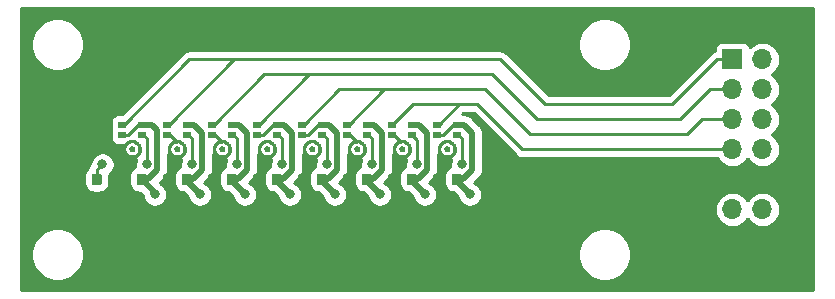
<source format=gtl>
G04 #@! TF.GenerationSoftware,KiCad,Pcbnew,5.1.4-e60b266~84~ubuntu18.04.1*
G04 #@! TF.CreationDate,2019-11-10T13:24:48-08:00*
G04 #@! TF.ProjectId,mic,6d69632e-6b69-4636-9164-5f7063625858,rev?*
G04 #@! TF.SameCoordinates,Original*
G04 #@! TF.FileFunction,Copper,L1,Top*
G04 #@! TF.FilePolarity,Positive*
%FSLAX46Y46*%
G04 Gerber Fmt 4.6, Leading zero omitted, Abs format (unit mm)*
G04 Created by KiCad (PCBNEW 5.1.4-e60b266~84~ubuntu18.04.1) date 2019-11-10 13:24:48*
%MOMM*%
%LPD*%
G04 APERTURE LIST*
%ADD10C,0.100000*%
%ADD11C,0.875000*%
%ADD12O,1.700000X1.700000*%
%ADD13R,1.700000X1.700000*%
%ADD14R,0.725000X0.522000*%
%ADD15C,0.500000*%
%ADD16C,0.300000*%
%ADD17C,0.800000*%
%ADD18C,0.250000*%
%ADD19C,0.500000*%
%ADD20C,0.254000*%
G04 APERTURE END LIST*
D10*
G36*
X120102691Y-103666053D02*
G01*
X120123926Y-103669203D01*
X120144750Y-103674419D01*
X120164962Y-103681651D01*
X120184368Y-103690830D01*
X120202781Y-103701866D01*
X120220024Y-103714654D01*
X120235930Y-103729070D01*
X120250346Y-103744976D01*
X120263134Y-103762219D01*
X120274170Y-103780632D01*
X120283349Y-103800038D01*
X120290581Y-103820250D01*
X120295797Y-103841074D01*
X120298947Y-103862309D01*
X120300000Y-103883750D01*
X120300000Y-104396250D01*
X120298947Y-104417691D01*
X120295797Y-104438926D01*
X120290581Y-104459750D01*
X120283349Y-104479962D01*
X120274170Y-104499368D01*
X120263134Y-104517781D01*
X120250346Y-104535024D01*
X120235930Y-104550930D01*
X120220024Y-104565346D01*
X120202781Y-104578134D01*
X120184368Y-104589170D01*
X120164962Y-104598349D01*
X120144750Y-104605581D01*
X120123926Y-104610797D01*
X120102691Y-104613947D01*
X120081250Y-104615000D01*
X119643750Y-104615000D01*
X119622309Y-104613947D01*
X119601074Y-104610797D01*
X119580250Y-104605581D01*
X119560038Y-104598349D01*
X119540632Y-104589170D01*
X119522219Y-104578134D01*
X119504976Y-104565346D01*
X119489070Y-104550930D01*
X119474654Y-104535024D01*
X119461866Y-104517781D01*
X119450830Y-104499368D01*
X119441651Y-104479962D01*
X119434419Y-104459750D01*
X119429203Y-104438926D01*
X119426053Y-104417691D01*
X119425000Y-104396250D01*
X119425000Y-103883750D01*
X119426053Y-103862309D01*
X119429203Y-103841074D01*
X119434419Y-103820250D01*
X119441651Y-103800038D01*
X119450830Y-103780632D01*
X119461866Y-103762219D01*
X119474654Y-103744976D01*
X119489070Y-103729070D01*
X119504976Y-103714654D01*
X119522219Y-103701866D01*
X119540632Y-103690830D01*
X119560038Y-103681651D01*
X119580250Y-103674419D01*
X119601074Y-103669203D01*
X119622309Y-103666053D01*
X119643750Y-103665000D01*
X120081250Y-103665000D01*
X120102691Y-103666053D01*
X120102691Y-103666053D01*
G37*
D11*
X119862500Y-104140000D03*
D10*
G36*
X121677691Y-103666053D02*
G01*
X121698926Y-103669203D01*
X121719750Y-103674419D01*
X121739962Y-103681651D01*
X121759368Y-103690830D01*
X121777781Y-103701866D01*
X121795024Y-103714654D01*
X121810930Y-103729070D01*
X121825346Y-103744976D01*
X121838134Y-103762219D01*
X121849170Y-103780632D01*
X121858349Y-103800038D01*
X121865581Y-103820250D01*
X121870797Y-103841074D01*
X121873947Y-103862309D01*
X121875000Y-103883750D01*
X121875000Y-104396250D01*
X121873947Y-104417691D01*
X121870797Y-104438926D01*
X121865581Y-104459750D01*
X121858349Y-104479962D01*
X121849170Y-104499368D01*
X121838134Y-104517781D01*
X121825346Y-104535024D01*
X121810930Y-104550930D01*
X121795024Y-104565346D01*
X121777781Y-104578134D01*
X121759368Y-104589170D01*
X121739962Y-104598349D01*
X121719750Y-104605581D01*
X121698926Y-104610797D01*
X121677691Y-104613947D01*
X121656250Y-104615000D01*
X121218750Y-104615000D01*
X121197309Y-104613947D01*
X121176074Y-104610797D01*
X121155250Y-104605581D01*
X121135038Y-104598349D01*
X121115632Y-104589170D01*
X121097219Y-104578134D01*
X121079976Y-104565346D01*
X121064070Y-104550930D01*
X121049654Y-104535024D01*
X121036866Y-104517781D01*
X121025830Y-104499368D01*
X121016651Y-104479962D01*
X121009419Y-104459750D01*
X121004203Y-104438926D01*
X121001053Y-104417691D01*
X121000000Y-104396250D01*
X121000000Y-103883750D01*
X121001053Y-103862309D01*
X121004203Y-103841074D01*
X121009419Y-103820250D01*
X121016651Y-103800038D01*
X121025830Y-103780632D01*
X121036866Y-103762219D01*
X121049654Y-103744976D01*
X121064070Y-103729070D01*
X121079976Y-103714654D01*
X121097219Y-103701866D01*
X121115632Y-103690830D01*
X121135038Y-103681651D01*
X121155250Y-103674419D01*
X121176074Y-103669203D01*
X121197309Y-103666053D01*
X121218750Y-103665000D01*
X121656250Y-103665000D01*
X121677691Y-103666053D01*
X121677691Y-103666053D01*
G37*
D11*
X121437500Y-104140000D03*
D10*
G36*
X146772691Y-103666053D02*
G01*
X146793926Y-103669203D01*
X146814750Y-103674419D01*
X146834962Y-103681651D01*
X146854368Y-103690830D01*
X146872781Y-103701866D01*
X146890024Y-103714654D01*
X146905930Y-103729070D01*
X146920346Y-103744976D01*
X146933134Y-103762219D01*
X146944170Y-103780632D01*
X146953349Y-103800038D01*
X146960581Y-103820250D01*
X146965797Y-103841074D01*
X146968947Y-103862309D01*
X146970000Y-103883750D01*
X146970000Y-104396250D01*
X146968947Y-104417691D01*
X146965797Y-104438926D01*
X146960581Y-104459750D01*
X146953349Y-104479962D01*
X146944170Y-104499368D01*
X146933134Y-104517781D01*
X146920346Y-104535024D01*
X146905930Y-104550930D01*
X146890024Y-104565346D01*
X146872781Y-104578134D01*
X146854368Y-104589170D01*
X146834962Y-104598349D01*
X146814750Y-104605581D01*
X146793926Y-104610797D01*
X146772691Y-104613947D01*
X146751250Y-104615000D01*
X146313750Y-104615000D01*
X146292309Y-104613947D01*
X146271074Y-104610797D01*
X146250250Y-104605581D01*
X146230038Y-104598349D01*
X146210632Y-104589170D01*
X146192219Y-104578134D01*
X146174976Y-104565346D01*
X146159070Y-104550930D01*
X146144654Y-104535024D01*
X146131866Y-104517781D01*
X146120830Y-104499368D01*
X146111651Y-104479962D01*
X146104419Y-104459750D01*
X146099203Y-104438926D01*
X146096053Y-104417691D01*
X146095000Y-104396250D01*
X146095000Y-103883750D01*
X146096053Y-103862309D01*
X146099203Y-103841074D01*
X146104419Y-103820250D01*
X146111651Y-103800038D01*
X146120830Y-103780632D01*
X146131866Y-103762219D01*
X146144654Y-103744976D01*
X146159070Y-103729070D01*
X146174976Y-103714654D01*
X146192219Y-103701866D01*
X146210632Y-103690830D01*
X146230038Y-103681651D01*
X146250250Y-103674419D01*
X146271074Y-103669203D01*
X146292309Y-103666053D01*
X146313750Y-103665000D01*
X146751250Y-103665000D01*
X146772691Y-103666053D01*
X146772691Y-103666053D01*
G37*
D11*
X146532500Y-104140000D03*
D10*
G36*
X148347691Y-103666053D02*
G01*
X148368926Y-103669203D01*
X148389750Y-103674419D01*
X148409962Y-103681651D01*
X148429368Y-103690830D01*
X148447781Y-103701866D01*
X148465024Y-103714654D01*
X148480930Y-103729070D01*
X148495346Y-103744976D01*
X148508134Y-103762219D01*
X148519170Y-103780632D01*
X148528349Y-103800038D01*
X148535581Y-103820250D01*
X148540797Y-103841074D01*
X148543947Y-103862309D01*
X148545000Y-103883750D01*
X148545000Y-104396250D01*
X148543947Y-104417691D01*
X148540797Y-104438926D01*
X148535581Y-104459750D01*
X148528349Y-104479962D01*
X148519170Y-104499368D01*
X148508134Y-104517781D01*
X148495346Y-104535024D01*
X148480930Y-104550930D01*
X148465024Y-104565346D01*
X148447781Y-104578134D01*
X148429368Y-104589170D01*
X148409962Y-104598349D01*
X148389750Y-104605581D01*
X148368926Y-104610797D01*
X148347691Y-104613947D01*
X148326250Y-104615000D01*
X147888750Y-104615000D01*
X147867309Y-104613947D01*
X147846074Y-104610797D01*
X147825250Y-104605581D01*
X147805038Y-104598349D01*
X147785632Y-104589170D01*
X147767219Y-104578134D01*
X147749976Y-104565346D01*
X147734070Y-104550930D01*
X147719654Y-104535024D01*
X147706866Y-104517781D01*
X147695830Y-104499368D01*
X147686651Y-104479962D01*
X147679419Y-104459750D01*
X147674203Y-104438926D01*
X147671053Y-104417691D01*
X147670000Y-104396250D01*
X147670000Y-103883750D01*
X147671053Y-103862309D01*
X147674203Y-103841074D01*
X147679419Y-103820250D01*
X147686651Y-103800038D01*
X147695830Y-103780632D01*
X147706866Y-103762219D01*
X147719654Y-103744976D01*
X147734070Y-103729070D01*
X147749976Y-103714654D01*
X147767219Y-103701866D01*
X147785632Y-103690830D01*
X147805038Y-103681651D01*
X147825250Y-103674419D01*
X147846074Y-103669203D01*
X147867309Y-103666053D01*
X147888750Y-103665000D01*
X148326250Y-103665000D01*
X148347691Y-103666053D01*
X148347691Y-103666053D01*
G37*
D11*
X148107500Y-104140000D03*
D10*
G36*
X142962691Y-103666053D02*
G01*
X142983926Y-103669203D01*
X143004750Y-103674419D01*
X143024962Y-103681651D01*
X143044368Y-103690830D01*
X143062781Y-103701866D01*
X143080024Y-103714654D01*
X143095930Y-103729070D01*
X143110346Y-103744976D01*
X143123134Y-103762219D01*
X143134170Y-103780632D01*
X143143349Y-103800038D01*
X143150581Y-103820250D01*
X143155797Y-103841074D01*
X143158947Y-103862309D01*
X143160000Y-103883750D01*
X143160000Y-104396250D01*
X143158947Y-104417691D01*
X143155797Y-104438926D01*
X143150581Y-104459750D01*
X143143349Y-104479962D01*
X143134170Y-104499368D01*
X143123134Y-104517781D01*
X143110346Y-104535024D01*
X143095930Y-104550930D01*
X143080024Y-104565346D01*
X143062781Y-104578134D01*
X143044368Y-104589170D01*
X143024962Y-104598349D01*
X143004750Y-104605581D01*
X142983926Y-104610797D01*
X142962691Y-104613947D01*
X142941250Y-104615000D01*
X142503750Y-104615000D01*
X142482309Y-104613947D01*
X142461074Y-104610797D01*
X142440250Y-104605581D01*
X142420038Y-104598349D01*
X142400632Y-104589170D01*
X142382219Y-104578134D01*
X142364976Y-104565346D01*
X142349070Y-104550930D01*
X142334654Y-104535024D01*
X142321866Y-104517781D01*
X142310830Y-104499368D01*
X142301651Y-104479962D01*
X142294419Y-104459750D01*
X142289203Y-104438926D01*
X142286053Y-104417691D01*
X142285000Y-104396250D01*
X142285000Y-103883750D01*
X142286053Y-103862309D01*
X142289203Y-103841074D01*
X142294419Y-103820250D01*
X142301651Y-103800038D01*
X142310830Y-103780632D01*
X142321866Y-103762219D01*
X142334654Y-103744976D01*
X142349070Y-103729070D01*
X142364976Y-103714654D01*
X142382219Y-103701866D01*
X142400632Y-103690830D01*
X142420038Y-103681651D01*
X142440250Y-103674419D01*
X142461074Y-103669203D01*
X142482309Y-103666053D01*
X142503750Y-103665000D01*
X142941250Y-103665000D01*
X142962691Y-103666053D01*
X142962691Y-103666053D01*
G37*
D11*
X142722500Y-104140000D03*
D10*
G36*
X144537691Y-103666053D02*
G01*
X144558926Y-103669203D01*
X144579750Y-103674419D01*
X144599962Y-103681651D01*
X144619368Y-103690830D01*
X144637781Y-103701866D01*
X144655024Y-103714654D01*
X144670930Y-103729070D01*
X144685346Y-103744976D01*
X144698134Y-103762219D01*
X144709170Y-103780632D01*
X144718349Y-103800038D01*
X144725581Y-103820250D01*
X144730797Y-103841074D01*
X144733947Y-103862309D01*
X144735000Y-103883750D01*
X144735000Y-104396250D01*
X144733947Y-104417691D01*
X144730797Y-104438926D01*
X144725581Y-104459750D01*
X144718349Y-104479962D01*
X144709170Y-104499368D01*
X144698134Y-104517781D01*
X144685346Y-104535024D01*
X144670930Y-104550930D01*
X144655024Y-104565346D01*
X144637781Y-104578134D01*
X144619368Y-104589170D01*
X144599962Y-104598349D01*
X144579750Y-104605581D01*
X144558926Y-104610797D01*
X144537691Y-104613947D01*
X144516250Y-104615000D01*
X144078750Y-104615000D01*
X144057309Y-104613947D01*
X144036074Y-104610797D01*
X144015250Y-104605581D01*
X143995038Y-104598349D01*
X143975632Y-104589170D01*
X143957219Y-104578134D01*
X143939976Y-104565346D01*
X143924070Y-104550930D01*
X143909654Y-104535024D01*
X143896866Y-104517781D01*
X143885830Y-104499368D01*
X143876651Y-104479962D01*
X143869419Y-104459750D01*
X143864203Y-104438926D01*
X143861053Y-104417691D01*
X143860000Y-104396250D01*
X143860000Y-103883750D01*
X143861053Y-103862309D01*
X143864203Y-103841074D01*
X143869419Y-103820250D01*
X143876651Y-103800038D01*
X143885830Y-103780632D01*
X143896866Y-103762219D01*
X143909654Y-103744976D01*
X143924070Y-103729070D01*
X143939976Y-103714654D01*
X143957219Y-103701866D01*
X143975632Y-103690830D01*
X143995038Y-103681651D01*
X144015250Y-103674419D01*
X144036074Y-103669203D01*
X144057309Y-103666053D01*
X144078750Y-103665000D01*
X144516250Y-103665000D01*
X144537691Y-103666053D01*
X144537691Y-103666053D01*
G37*
D11*
X144297500Y-104140000D03*
D10*
G36*
X131532691Y-103666053D02*
G01*
X131553926Y-103669203D01*
X131574750Y-103674419D01*
X131594962Y-103681651D01*
X131614368Y-103690830D01*
X131632781Y-103701866D01*
X131650024Y-103714654D01*
X131665930Y-103729070D01*
X131680346Y-103744976D01*
X131693134Y-103762219D01*
X131704170Y-103780632D01*
X131713349Y-103800038D01*
X131720581Y-103820250D01*
X131725797Y-103841074D01*
X131728947Y-103862309D01*
X131730000Y-103883750D01*
X131730000Y-104396250D01*
X131728947Y-104417691D01*
X131725797Y-104438926D01*
X131720581Y-104459750D01*
X131713349Y-104479962D01*
X131704170Y-104499368D01*
X131693134Y-104517781D01*
X131680346Y-104535024D01*
X131665930Y-104550930D01*
X131650024Y-104565346D01*
X131632781Y-104578134D01*
X131614368Y-104589170D01*
X131594962Y-104598349D01*
X131574750Y-104605581D01*
X131553926Y-104610797D01*
X131532691Y-104613947D01*
X131511250Y-104615000D01*
X131073750Y-104615000D01*
X131052309Y-104613947D01*
X131031074Y-104610797D01*
X131010250Y-104605581D01*
X130990038Y-104598349D01*
X130970632Y-104589170D01*
X130952219Y-104578134D01*
X130934976Y-104565346D01*
X130919070Y-104550930D01*
X130904654Y-104535024D01*
X130891866Y-104517781D01*
X130880830Y-104499368D01*
X130871651Y-104479962D01*
X130864419Y-104459750D01*
X130859203Y-104438926D01*
X130856053Y-104417691D01*
X130855000Y-104396250D01*
X130855000Y-103883750D01*
X130856053Y-103862309D01*
X130859203Y-103841074D01*
X130864419Y-103820250D01*
X130871651Y-103800038D01*
X130880830Y-103780632D01*
X130891866Y-103762219D01*
X130904654Y-103744976D01*
X130919070Y-103729070D01*
X130934976Y-103714654D01*
X130952219Y-103701866D01*
X130970632Y-103690830D01*
X130990038Y-103681651D01*
X131010250Y-103674419D01*
X131031074Y-103669203D01*
X131052309Y-103666053D01*
X131073750Y-103665000D01*
X131511250Y-103665000D01*
X131532691Y-103666053D01*
X131532691Y-103666053D01*
G37*
D11*
X131292500Y-104140000D03*
D10*
G36*
X133107691Y-103666053D02*
G01*
X133128926Y-103669203D01*
X133149750Y-103674419D01*
X133169962Y-103681651D01*
X133189368Y-103690830D01*
X133207781Y-103701866D01*
X133225024Y-103714654D01*
X133240930Y-103729070D01*
X133255346Y-103744976D01*
X133268134Y-103762219D01*
X133279170Y-103780632D01*
X133288349Y-103800038D01*
X133295581Y-103820250D01*
X133300797Y-103841074D01*
X133303947Y-103862309D01*
X133305000Y-103883750D01*
X133305000Y-104396250D01*
X133303947Y-104417691D01*
X133300797Y-104438926D01*
X133295581Y-104459750D01*
X133288349Y-104479962D01*
X133279170Y-104499368D01*
X133268134Y-104517781D01*
X133255346Y-104535024D01*
X133240930Y-104550930D01*
X133225024Y-104565346D01*
X133207781Y-104578134D01*
X133189368Y-104589170D01*
X133169962Y-104598349D01*
X133149750Y-104605581D01*
X133128926Y-104610797D01*
X133107691Y-104613947D01*
X133086250Y-104615000D01*
X132648750Y-104615000D01*
X132627309Y-104613947D01*
X132606074Y-104610797D01*
X132585250Y-104605581D01*
X132565038Y-104598349D01*
X132545632Y-104589170D01*
X132527219Y-104578134D01*
X132509976Y-104565346D01*
X132494070Y-104550930D01*
X132479654Y-104535024D01*
X132466866Y-104517781D01*
X132455830Y-104499368D01*
X132446651Y-104479962D01*
X132439419Y-104459750D01*
X132434203Y-104438926D01*
X132431053Y-104417691D01*
X132430000Y-104396250D01*
X132430000Y-103883750D01*
X132431053Y-103862309D01*
X132434203Y-103841074D01*
X132439419Y-103820250D01*
X132446651Y-103800038D01*
X132455830Y-103780632D01*
X132466866Y-103762219D01*
X132479654Y-103744976D01*
X132494070Y-103729070D01*
X132509976Y-103714654D01*
X132527219Y-103701866D01*
X132545632Y-103690830D01*
X132565038Y-103681651D01*
X132585250Y-103674419D01*
X132606074Y-103669203D01*
X132627309Y-103666053D01*
X132648750Y-103665000D01*
X133086250Y-103665000D01*
X133107691Y-103666053D01*
X133107691Y-103666053D01*
G37*
D11*
X132867500Y-104140000D03*
D10*
G36*
X127722691Y-103666053D02*
G01*
X127743926Y-103669203D01*
X127764750Y-103674419D01*
X127784962Y-103681651D01*
X127804368Y-103690830D01*
X127822781Y-103701866D01*
X127840024Y-103714654D01*
X127855930Y-103729070D01*
X127870346Y-103744976D01*
X127883134Y-103762219D01*
X127894170Y-103780632D01*
X127903349Y-103800038D01*
X127910581Y-103820250D01*
X127915797Y-103841074D01*
X127918947Y-103862309D01*
X127920000Y-103883750D01*
X127920000Y-104396250D01*
X127918947Y-104417691D01*
X127915797Y-104438926D01*
X127910581Y-104459750D01*
X127903349Y-104479962D01*
X127894170Y-104499368D01*
X127883134Y-104517781D01*
X127870346Y-104535024D01*
X127855930Y-104550930D01*
X127840024Y-104565346D01*
X127822781Y-104578134D01*
X127804368Y-104589170D01*
X127784962Y-104598349D01*
X127764750Y-104605581D01*
X127743926Y-104610797D01*
X127722691Y-104613947D01*
X127701250Y-104615000D01*
X127263750Y-104615000D01*
X127242309Y-104613947D01*
X127221074Y-104610797D01*
X127200250Y-104605581D01*
X127180038Y-104598349D01*
X127160632Y-104589170D01*
X127142219Y-104578134D01*
X127124976Y-104565346D01*
X127109070Y-104550930D01*
X127094654Y-104535024D01*
X127081866Y-104517781D01*
X127070830Y-104499368D01*
X127061651Y-104479962D01*
X127054419Y-104459750D01*
X127049203Y-104438926D01*
X127046053Y-104417691D01*
X127045000Y-104396250D01*
X127045000Y-103883750D01*
X127046053Y-103862309D01*
X127049203Y-103841074D01*
X127054419Y-103820250D01*
X127061651Y-103800038D01*
X127070830Y-103780632D01*
X127081866Y-103762219D01*
X127094654Y-103744976D01*
X127109070Y-103729070D01*
X127124976Y-103714654D01*
X127142219Y-103701866D01*
X127160632Y-103690830D01*
X127180038Y-103681651D01*
X127200250Y-103674419D01*
X127221074Y-103669203D01*
X127242309Y-103666053D01*
X127263750Y-103665000D01*
X127701250Y-103665000D01*
X127722691Y-103666053D01*
X127722691Y-103666053D01*
G37*
D11*
X127482500Y-104140000D03*
D10*
G36*
X129297691Y-103666053D02*
G01*
X129318926Y-103669203D01*
X129339750Y-103674419D01*
X129359962Y-103681651D01*
X129379368Y-103690830D01*
X129397781Y-103701866D01*
X129415024Y-103714654D01*
X129430930Y-103729070D01*
X129445346Y-103744976D01*
X129458134Y-103762219D01*
X129469170Y-103780632D01*
X129478349Y-103800038D01*
X129485581Y-103820250D01*
X129490797Y-103841074D01*
X129493947Y-103862309D01*
X129495000Y-103883750D01*
X129495000Y-104396250D01*
X129493947Y-104417691D01*
X129490797Y-104438926D01*
X129485581Y-104459750D01*
X129478349Y-104479962D01*
X129469170Y-104499368D01*
X129458134Y-104517781D01*
X129445346Y-104535024D01*
X129430930Y-104550930D01*
X129415024Y-104565346D01*
X129397781Y-104578134D01*
X129379368Y-104589170D01*
X129359962Y-104598349D01*
X129339750Y-104605581D01*
X129318926Y-104610797D01*
X129297691Y-104613947D01*
X129276250Y-104615000D01*
X128838750Y-104615000D01*
X128817309Y-104613947D01*
X128796074Y-104610797D01*
X128775250Y-104605581D01*
X128755038Y-104598349D01*
X128735632Y-104589170D01*
X128717219Y-104578134D01*
X128699976Y-104565346D01*
X128684070Y-104550930D01*
X128669654Y-104535024D01*
X128656866Y-104517781D01*
X128645830Y-104499368D01*
X128636651Y-104479962D01*
X128629419Y-104459750D01*
X128624203Y-104438926D01*
X128621053Y-104417691D01*
X128620000Y-104396250D01*
X128620000Y-103883750D01*
X128621053Y-103862309D01*
X128624203Y-103841074D01*
X128629419Y-103820250D01*
X128636651Y-103800038D01*
X128645830Y-103780632D01*
X128656866Y-103762219D01*
X128669654Y-103744976D01*
X128684070Y-103729070D01*
X128699976Y-103714654D01*
X128717219Y-103701866D01*
X128735632Y-103690830D01*
X128755038Y-103681651D01*
X128775250Y-103674419D01*
X128796074Y-103669203D01*
X128817309Y-103666053D01*
X128838750Y-103665000D01*
X129276250Y-103665000D01*
X129297691Y-103666053D01*
X129297691Y-103666053D01*
G37*
D11*
X129057500Y-104140000D03*
D10*
G36*
X150582691Y-103666053D02*
G01*
X150603926Y-103669203D01*
X150624750Y-103674419D01*
X150644962Y-103681651D01*
X150664368Y-103690830D01*
X150682781Y-103701866D01*
X150700024Y-103714654D01*
X150715930Y-103729070D01*
X150730346Y-103744976D01*
X150743134Y-103762219D01*
X150754170Y-103780632D01*
X150763349Y-103800038D01*
X150770581Y-103820250D01*
X150775797Y-103841074D01*
X150778947Y-103862309D01*
X150780000Y-103883750D01*
X150780000Y-104396250D01*
X150778947Y-104417691D01*
X150775797Y-104438926D01*
X150770581Y-104459750D01*
X150763349Y-104479962D01*
X150754170Y-104499368D01*
X150743134Y-104517781D01*
X150730346Y-104535024D01*
X150715930Y-104550930D01*
X150700024Y-104565346D01*
X150682781Y-104578134D01*
X150664368Y-104589170D01*
X150644962Y-104598349D01*
X150624750Y-104605581D01*
X150603926Y-104610797D01*
X150582691Y-104613947D01*
X150561250Y-104615000D01*
X150123750Y-104615000D01*
X150102309Y-104613947D01*
X150081074Y-104610797D01*
X150060250Y-104605581D01*
X150040038Y-104598349D01*
X150020632Y-104589170D01*
X150002219Y-104578134D01*
X149984976Y-104565346D01*
X149969070Y-104550930D01*
X149954654Y-104535024D01*
X149941866Y-104517781D01*
X149930830Y-104499368D01*
X149921651Y-104479962D01*
X149914419Y-104459750D01*
X149909203Y-104438926D01*
X149906053Y-104417691D01*
X149905000Y-104396250D01*
X149905000Y-103883750D01*
X149906053Y-103862309D01*
X149909203Y-103841074D01*
X149914419Y-103820250D01*
X149921651Y-103800038D01*
X149930830Y-103780632D01*
X149941866Y-103762219D01*
X149954654Y-103744976D01*
X149969070Y-103729070D01*
X149984976Y-103714654D01*
X150002219Y-103701866D01*
X150020632Y-103690830D01*
X150040038Y-103681651D01*
X150060250Y-103674419D01*
X150081074Y-103669203D01*
X150102309Y-103666053D01*
X150123750Y-103665000D01*
X150561250Y-103665000D01*
X150582691Y-103666053D01*
X150582691Y-103666053D01*
G37*
D11*
X150342500Y-104140000D03*
D10*
G36*
X152157691Y-103666053D02*
G01*
X152178926Y-103669203D01*
X152199750Y-103674419D01*
X152219962Y-103681651D01*
X152239368Y-103690830D01*
X152257781Y-103701866D01*
X152275024Y-103714654D01*
X152290930Y-103729070D01*
X152305346Y-103744976D01*
X152318134Y-103762219D01*
X152329170Y-103780632D01*
X152338349Y-103800038D01*
X152345581Y-103820250D01*
X152350797Y-103841074D01*
X152353947Y-103862309D01*
X152355000Y-103883750D01*
X152355000Y-104396250D01*
X152353947Y-104417691D01*
X152350797Y-104438926D01*
X152345581Y-104459750D01*
X152338349Y-104479962D01*
X152329170Y-104499368D01*
X152318134Y-104517781D01*
X152305346Y-104535024D01*
X152290930Y-104550930D01*
X152275024Y-104565346D01*
X152257781Y-104578134D01*
X152239368Y-104589170D01*
X152219962Y-104598349D01*
X152199750Y-104605581D01*
X152178926Y-104610797D01*
X152157691Y-104613947D01*
X152136250Y-104615000D01*
X151698750Y-104615000D01*
X151677309Y-104613947D01*
X151656074Y-104610797D01*
X151635250Y-104605581D01*
X151615038Y-104598349D01*
X151595632Y-104589170D01*
X151577219Y-104578134D01*
X151559976Y-104565346D01*
X151544070Y-104550930D01*
X151529654Y-104535024D01*
X151516866Y-104517781D01*
X151505830Y-104499368D01*
X151496651Y-104479962D01*
X151489419Y-104459750D01*
X151484203Y-104438926D01*
X151481053Y-104417691D01*
X151480000Y-104396250D01*
X151480000Y-103883750D01*
X151481053Y-103862309D01*
X151484203Y-103841074D01*
X151489419Y-103820250D01*
X151496651Y-103800038D01*
X151505830Y-103780632D01*
X151516866Y-103762219D01*
X151529654Y-103744976D01*
X151544070Y-103729070D01*
X151559976Y-103714654D01*
X151577219Y-103701866D01*
X151595632Y-103690830D01*
X151615038Y-103681651D01*
X151635250Y-103674419D01*
X151656074Y-103669203D01*
X151677309Y-103666053D01*
X151698750Y-103665000D01*
X152136250Y-103665000D01*
X152157691Y-103666053D01*
X152157691Y-103666053D01*
G37*
D11*
X151917500Y-104140000D03*
D10*
G36*
X139152691Y-103666053D02*
G01*
X139173926Y-103669203D01*
X139194750Y-103674419D01*
X139214962Y-103681651D01*
X139234368Y-103690830D01*
X139252781Y-103701866D01*
X139270024Y-103714654D01*
X139285930Y-103729070D01*
X139300346Y-103744976D01*
X139313134Y-103762219D01*
X139324170Y-103780632D01*
X139333349Y-103800038D01*
X139340581Y-103820250D01*
X139345797Y-103841074D01*
X139348947Y-103862309D01*
X139350000Y-103883750D01*
X139350000Y-104396250D01*
X139348947Y-104417691D01*
X139345797Y-104438926D01*
X139340581Y-104459750D01*
X139333349Y-104479962D01*
X139324170Y-104499368D01*
X139313134Y-104517781D01*
X139300346Y-104535024D01*
X139285930Y-104550930D01*
X139270024Y-104565346D01*
X139252781Y-104578134D01*
X139234368Y-104589170D01*
X139214962Y-104598349D01*
X139194750Y-104605581D01*
X139173926Y-104610797D01*
X139152691Y-104613947D01*
X139131250Y-104615000D01*
X138693750Y-104615000D01*
X138672309Y-104613947D01*
X138651074Y-104610797D01*
X138630250Y-104605581D01*
X138610038Y-104598349D01*
X138590632Y-104589170D01*
X138572219Y-104578134D01*
X138554976Y-104565346D01*
X138539070Y-104550930D01*
X138524654Y-104535024D01*
X138511866Y-104517781D01*
X138500830Y-104499368D01*
X138491651Y-104479962D01*
X138484419Y-104459750D01*
X138479203Y-104438926D01*
X138476053Y-104417691D01*
X138475000Y-104396250D01*
X138475000Y-103883750D01*
X138476053Y-103862309D01*
X138479203Y-103841074D01*
X138484419Y-103820250D01*
X138491651Y-103800038D01*
X138500830Y-103780632D01*
X138511866Y-103762219D01*
X138524654Y-103744976D01*
X138539070Y-103729070D01*
X138554976Y-103714654D01*
X138572219Y-103701866D01*
X138590632Y-103690830D01*
X138610038Y-103681651D01*
X138630250Y-103674419D01*
X138651074Y-103669203D01*
X138672309Y-103666053D01*
X138693750Y-103665000D01*
X139131250Y-103665000D01*
X139152691Y-103666053D01*
X139152691Y-103666053D01*
G37*
D11*
X138912500Y-104140000D03*
D10*
G36*
X140727691Y-103666053D02*
G01*
X140748926Y-103669203D01*
X140769750Y-103674419D01*
X140789962Y-103681651D01*
X140809368Y-103690830D01*
X140827781Y-103701866D01*
X140845024Y-103714654D01*
X140860930Y-103729070D01*
X140875346Y-103744976D01*
X140888134Y-103762219D01*
X140899170Y-103780632D01*
X140908349Y-103800038D01*
X140915581Y-103820250D01*
X140920797Y-103841074D01*
X140923947Y-103862309D01*
X140925000Y-103883750D01*
X140925000Y-104396250D01*
X140923947Y-104417691D01*
X140920797Y-104438926D01*
X140915581Y-104459750D01*
X140908349Y-104479962D01*
X140899170Y-104499368D01*
X140888134Y-104517781D01*
X140875346Y-104535024D01*
X140860930Y-104550930D01*
X140845024Y-104565346D01*
X140827781Y-104578134D01*
X140809368Y-104589170D01*
X140789962Y-104598349D01*
X140769750Y-104605581D01*
X140748926Y-104610797D01*
X140727691Y-104613947D01*
X140706250Y-104615000D01*
X140268750Y-104615000D01*
X140247309Y-104613947D01*
X140226074Y-104610797D01*
X140205250Y-104605581D01*
X140185038Y-104598349D01*
X140165632Y-104589170D01*
X140147219Y-104578134D01*
X140129976Y-104565346D01*
X140114070Y-104550930D01*
X140099654Y-104535024D01*
X140086866Y-104517781D01*
X140075830Y-104499368D01*
X140066651Y-104479962D01*
X140059419Y-104459750D01*
X140054203Y-104438926D01*
X140051053Y-104417691D01*
X140050000Y-104396250D01*
X140050000Y-103883750D01*
X140051053Y-103862309D01*
X140054203Y-103841074D01*
X140059419Y-103820250D01*
X140066651Y-103800038D01*
X140075830Y-103780632D01*
X140086866Y-103762219D01*
X140099654Y-103744976D01*
X140114070Y-103729070D01*
X140129976Y-103714654D01*
X140147219Y-103701866D01*
X140165632Y-103690830D01*
X140185038Y-103681651D01*
X140205250Y-103674419D01*
X140226074Y-103669203D01*
X140247309Y-103666053D01*
X140268750Y-103665000D01*
X140706250Y-103665000D01*
X140727691Y-103666053D01*
X140727691Y-103666053D01*
G37*
D11*
X140487500Y-104140000D03*
D10*
G36*
X135342691Y-103666053D02*
G01*
X135363926Y-103669203D01*
X135384750Y-103674419D01*
X135404962Y-103681651D01*
X135424368Y-103690830D01*
X135442781Y-103701866D01*
X135460024Y-103714654D01*
X135475930Y-103729070D01*
X135490346Y-103744976D01*
X135503134Y-103762219D01*
X135514170Y-103780632D01*
X135523349Y-103800038D01*
X135530581Y-103820250D01*
X135535797Y-103841074D01*
X135538947Y-103862309D01*
X135540000Y-103883750D01*
X135540000Y-104396250D01*
X135538947Y-104417691D01*
X135535797Y-104438926D01*
X135530581Y-104459750D01*
X135523349Y-104479962D01*
X135514170Y-104499368D01*
X135503134Y-104517781D01*
X135490346Y-104535024D01*
X135475930Y-104550930D01*
X135460024Y-104565346D01*
X135442781Y-104578134D01*
X135424368Y-104589170D01*
X135404962Y-104598349D01*
X135384750Y-104605581D01*
X135363926Y-104610797D01*
X135342691Y-104613947D01*
X135321250Y-104615000D01*
X134883750Y-104615000D01*
X134862309Y-104613947D01*
X134841074Y-104610797D01*
X134820250Y-104605581D01*
X134800038Y-104598349D01*
X134780632Y-104589170D01*
X134762219Y-104578134D01*
X134744976Y-104565346D01*
X134729070Y-104550930D01*
X134714654Y-104535024D01*
X134701866Y-104517781D01*
X134690830Y-104499368D01*
X134681651Y-104479962D01*
X134674419Y-104459750D01*
X134669203Y-104438926D01*
X134666053Y-104417691D01*
X134665000Y-104396250D01*
X134665000Y-103883750D01*
X134666053Y-103862309D01*
X134669203Y-103841074D01*
X134674419Y-103820250D01*
X134681651Y-103800038D01*
X134690830Y-103780632D01*
X134701866Y-103762219D01*
X134714654Y-103744976D01*
X134729070Y-103729070D01*
X134744976Y-103714654D01*
X134762219Y-103701866D01*
X134780632Y-103690830D01*
X134800038Y-103681651D01*
X134820250Y-103674419D01*
X134841074Y-103669203D01*
X134862309Y-103666053D01*
X134883750Y-103665000D01*
X135321250Y-103665000D01*
X135342691Y-103666053D01*
X135342691Y-103666053D01*
G37*
D11*
X135102500Y-104140000D03*
D10*
G36*
X136917691Y-103666053D02*
G01*
X136938926Y-103669203D01*
X136959750Y-103674419D01*
X136979962Y-103681651D01*
X136999368Y-103690830D01*
X137017781Y-103701866D01*
X137035024Y-103714654D01*
X137050930Y-103729070D01*
X137065346Y-103744976D01*
X137078134Y-103762219D01*
X137089170Y-103780632D01*
X137098349Y-103800038D01*
X137105581Y-103820250D01*
X137110797Y-103841074D01*
X137113947Y-103862309D01*
X137115000Y-103883750D01*
X137115000Y-104396250D01*
X137113947Y-104417691D01*
X137110797Y-104438926D01*
X137105581Y-104459750D01*
X137098349Y-104479962D01*
X137089170Y-104499368D01*
X137078134Y-104517781D01*
X137065346Y-104535024D01*
X137050930Y-104550930D01*
X137035024Y-104565346D01*
X137017781Y-104578134D01*
X136999368Y-104589170D01*
X136979962Y-104598349D01*
X136959750Y-104605581D01*
X136938926Y-104610797D01*
X136917691Y-104613947D01*
X136896250Y-104615000D01*
X136458750Y-104615000D01*
X136437309Y-104613947D01*
X136416074Y-104610797D01*
X136395250Y-104605581D01*
X136375038Y-104598349D01*
X136355632Y-104589170D01*
X136337219Y-104578134D01*
X136319976Y-104565346D01*
X136304070Y-104550930D01*
X136289654Y-104535024D01*
X136276866Y-104517781D01*
X136265830Y-104499368D01*
X136256651Y-104479962D01*
X136249419Y-104459750D01*
X136244203Y-104438926D01*
X136241053Y-104417691D01*
X136240000Y-104396250D01*
X136240000Y-103883750D01*
X136241053Y-103862309D01*
X136244203Y-103841074D01*
X136249419Y-103820250D01*
X136256651Y-103800038D01*
X136265830Y-103780632D01*
X136276866Y-103762219D01*
X136289654Y-103744976D01*
X136304070Y-103729070D01*
X136319976Y-103714654D01*
X136337219Y-103701866D01*
X136355632Y-103690830D01*
X136375038Y-103681651D01*
X136395250Y-103674419D01*
X136416074Y-103669203D01*
X136437309Y-103666053D01*
X136458750Y-103665000D01*
X136896250Y-103665000D01*
X136917691Y-103666053D01*
X136917691Y-103666053D01*
G37*
D11*
X136677500Y-104140000D03*
D10*
G36*
X123912691Y-103666053D02*
G01*
X123933926Y-103669203D01*
X123954750Y-103674419D01*
X123974962Y-103681651D01*
X123994368Y-103690830D01*
X124012781Y-103701866D01*
X124030024Y-103714654D01*
X124045930Y-103729070D01*
X124060346Y-103744976D01*
X124073134Y-103762219D01*
X124084170Y-103780632D01*
X124093349Y-103800038D01*
X124100581Y-103820250D01*
X124105797Y-103841074D01*
X124108947Y-103862309D01*
X124110000Y-103883750D01*
X124110000Y-104396250D01*
X124108947Y-104417691D01*
X124105797Y-104438926D01*
X124100581Y-104459750D01*
X124093349Y-104479962D01*
X124084170Y-104499368D01*
X124073134Y-104517781D01*
X124060346Y-104535024D01*
X124045930Y-104550930D01*
X124030024Y-104565346D01*
X124012781Y-104578134D01*
X123994368Y-104589170D01*
X123974962Y-104598349D01*
X123954750Y-104605581D01*
X123933926Y-104610797D01*
X123912691Y-104613947D01*
X123891250Y-104615000D01*
X123453750Y-104615000D01*
X123432309Y-104613947D01*
X123411074Y-104610797D01*
X123390250Y-104605581D01*
X123370038Y-104598349D01*
X123350632Y-104589170D01*
X123332219Y-104578134D01*
X123314976Y-104565346D01*
X123299070Y-104550930D01*
X123284654Y-104535024D01*
X123271866Y-104517781D01*
X123260830Y-104499368D01*
X123251651Y-104479962D01*
X123244419Y-104459750D01*
X123239203Y-104438926D01*
X123236053Y-104417691D01*
X123235000Y-104396250D01*
X123235000Y-103883750D01*
X123236053Y-103862309D01*
X123239203Y-103841074D01*
X123244419Y-103820250D01*
X123251651Y-103800038D01*
X123260830Y-103780632D01*
X123271866Y-103762219D01*
X123284654Y-103744976D01*
X123299070Y-103729070D01*
X123314976Y-103714654D01*
X123332219Y-103701866D01*
X123350632Y-103690830D01*
X123370038Y-103681651D01*
X123390250Y-103674419D01*
X123411074Y-103669203D01*
X123432309Y-103666053D01*
X123453750Y-103665000D01*
X123891250Y-103665000D01*
X123912691Y-103666053D01*
X123912691Y-103666053D01*
G37*
D11*
X123672500Y-104140000D03*
D10*
G36*
X125487691Y-103666053D02*
G01*
X125508926Y-103669203D01*
X125529750Y-103674419D01*
X125549962Y-103681651D01*
X125569368Y-103690830D01*
X125587781Y-103701866D01*
X125605024Y-103714654D01*
X125620930Y-103729070D01*
X125635346Y-103744976D01*
X125648134Y-103762219D01*
X125659170Y-103780632D01*
X125668349Y-103800038D01*
X125675581Y-103820250D01*
X125680797Y-103841074D01*
X125683947Y-103862309D01*
X125685000Y-103883750D01*
X125685000Y-104396250D01*
X125683947Y-104417691D01*
X125680797Y-104438926D01*
X125675581Y-104459750D01*
X125668349Y-104479962D01*
X125659170Y-104499368D01*
X125648134Y-104517781D01*
X125635346Y-104535024D01*
X125620930Y-104550930D01*
X125605024Y-104565346D01*
X125587781Y-104578134D01*
X125569368Y-104589170D01*
X125549962Y-104598349D01*
X125529750Y-104605581D01*
X125508926Y-104610797D01*
X125487691Y-104613947D01*
X125466250Y-104615000D01*
X125028750Y-104615000D01*
X125007309Y-104613947D01*
X124986074Y-104610797D01*
X124965250Y-104605581D01*
X124945038Y-104598349D01*
X124925632Y-104589170D01*
X124907219Y-104578134D01*
X124889976Y-104565346D01*
X124874070Y-104550930D01*
X124859654Y-104535024D01*
X124846866Y-104517781D01*
X124835830Y-104499368D01*
X124826651Y-104479962D01*
X124819419Y-104459750D01*
X124814203Y-104438926D01*
X124811053Y-104417691D01*
X124810000Y-104396250D01*
X124810000Y-103883750D01*
X124811053Y-103862309D01*
X124814203Y-103841074D01*
X124819419Y-103820250D01*
X124826651Y-103800038D01*
X124835830Y-103780632D01*
X124846866Y-103762219D01*
X124859654Y-103744976D01*
X124874070Y-103729070D01*
X124889976Y-103714654D01*
X124907219Y-103701866D01*
X124925632Y-103690830D01*
X124945038Y-103681651D01*
X124965250Y-103674419D01*
X124986074Y-103669203D01*
X125007309Y-103666053D01*
X125028750Y-103665000D01*
X125466250Y-103665000D01*
X125487691Y-103666053D01*
X125487691Y-103666053D01*
G37*
D11*
X125247500Y-104140000D03*
D12*
X177800000Y-106680000D03*
X175260000Y-106680000D03*
X177800000Y-104140000D03*
X175260000Y-104140000D03*
X177800000Y-101600000D03*
X175260000Y-101600000D03*
X177800000Y-99060000D03*
X175260000Y-99060000D03*
X177800000Y-96520000D03*
X175260000Y-96520000D03*
X177800000Y-93980000D03*
D13*
X175260000Y-93980000D03*
D14*
X148157500Y-99526000D03*
X146482500Y-99526000D03*
X146482500Y-100348000D03*
X148157500Y-100348000D03*
D15*
X147320000Y-101600000D03*
D10*
G36*
X147356683Y-101352706D02*
G01*
X147380745Y-101357492D01*
X147404222Y-101364614D01*
X147426889Y-101374003D01*
X147448526Y-101385568D01*
X147468925Y-101399198D01*
X147487890Y-101414762D01*
X147505238Y-101432110D01*
X147520802Y-101451075D01*
X147534432Y-101471474D01*
X147545997Y-101493111D01*
X147555386Y-101515778D01*
X147562508Y-101539255D01*
X147567294Y-101563317D01*
X147569699Y-101587733D01*
X147569699Y-101612267D01*
X147567294Y-101636683D01*
X147562508Y-101660745D01*
X147555386Y-101684222D01*
X147545997Y-101706889D01*
X147534432Y-101728526D01*
X147520802Y-101748925D01*
X147505238Y-101767890D01*
X147487890Y-101785238D01*
X147468925Y-101800802D01*
X147448526Y-101814432D01*
X147426889Y-101825997D01*
X147404222Y-101835386D01*
X147380745Y-101842508D01*
X147356683Y-101847294D01*
X147332267Y-101849699D01*
X147307733Y-101849699D01*
X147283317Y-101847294D01*
X147259255Y-101842508D01*
X147235778Y-101835386D01*
X147213111Y-101825997D01*
X147191474Y-101814432D01*
X147171075Y-101800802D01*
X147152110Y-101785238D01*
X147134762Y-101767890D01*
X147119198Y-101748925D01*
X147105568Y-101728526D01*
X147094003Y-101706889D01*
X147084614Y-101684222D01*
X147077492Y-101660745D01*
X147072706Y-101636683D01*
X147070301Y-101612267D01*
X147070301Y-101587733D01*
X147072706Y-101563317D01*
X147077492Y-101539255D01*
X147084614Y-101515778D01*
X147094003Y-101493111D01*
X147105568Y-101471474D01*
X147119198Y-101451075D01*
X147134762Y-101432110D01*
X147152110Y-101414762D01*
X147171075Y-101399198D01*
X147191474Y-101385568D01*
X147213111Y-101374003D01*
X147235778Y-101364614D01*
X147259255Y-101357492D01*
X147283317Y-101352706D01*
X147307733Y-101350301D01*
X147332267Y-101350301D01*
X147356683Y-101352706D01*
X147356683Y-101352706D01*
G37*
D16*
X147320000Y-102262500D03*
D10*
G36*
X147439219Y-100796294D02*
G01*
X147517421Y-100811850D01*
X147593723Y-100834995D01*
X147667389Y-100865509D01*
X147737708Y-100903096D01*
X147804006Y-100947394D01*
X147865642Y-100997977D01*
X147922023Y-101054358D01*
X147972606Y-101115994D01*
X148016904Y-101182292D01*
X148054491Y-101252611D01*
X148085005Y-101326277D01*
X148108150Y-101402579D01*
X148123706Y-101480781D01*
X148131521Y-101560133D01*
X148131521Y-101639867D01*
X148123706Y-101719219D01*
X148108150Y-101797421D01*
X148085005Y-101873723D01*
X148054491Y-101947389D01*
X148016904Y-102017708D01*
X147972606Y-102084006D01*
X147922023Y-102145642D01*
X147865642Y-102202023D01*
X147804006Y-102252606D01*
X147737708Y-102296904D01*
X147667389Y-102334491D01*
X147593723Y-102365005D01*
X147517421Y-102388150D01*
X147439219Y-102403706D01*
X147359867Y-102411521D01*
X147335462Y-102411521D01*
X147327360Y-102412319D01*
X147312640Y-102412319D01*
X147304538Y-102411521D01*
X147280133Y-102411521D01*
X147200781Y-102403706D01*
X147122579Y-102388150D01*
X147046277Y-102365005D01*
X146972611Y-102334491D01*
X146902292Y-102296904D01*
X146835994Y-102252606D01*
X146774358Y-102202023D01*
X146717977Y-102145642D01*
X146667394Y-102084006D01*
X146623096Y-102017708D01*
X146585509Y-101947389D01*
X146554995Y-101873723D01*
X146531850Y-101797421D01*
X146516294Y-101719219D01*
X146508479Y-101639867D01*
X146508479Y-101574853D01*
X146808117Y-101574853D01*
X146808117Y-101625147D01*
X146813047Y-101675199D01*
X146822859Y-101724527D01*
X146837459Y-101772656D01*
X146856705Y-101819122D01*
X146880414Y-101863478D01*
X146908356Y-101905296D01*
X146940263Y-101944174D01*
X146975826Y-101979737D01*
X147014704Y-102011644D01*
X147056522Y-102039586D01*
X147100878Y-102063295D01*
X147147344Y-102082541D01*
X147195473Y-102097141D01*
X147244801Y-102106953D01*
X147294853Y-102111883D01*
X147345147Y-102111883D01*
X147395199Y-102106953D01*
X147444527Y-102097141D01*
X147492656Y-102082541D01*
X147539122Y-102063295D01*
X147583478Y-102039586D01*
X147625296Y-102011644D01*
X147664174Y-101979737D01*
X147699737Y-101944174D01*
X147731644Y-101905296D01*
X147759586Y-101863478D01*
X147783295Y-101819122D01*
X147802541Y-101772656D01*
X147817141Y-101724527D01*
X147826953Y-101675199D01*
X147831883Y-101625147D01*
X147831883Y-101574853D01*
X147826953Y-101524801D01*
X147817141Y-101475473D01*
X147802541Y-101427344D01*
X147783295Y-101380878D01*
X147759586Y-101336522D01*
X147731644Y-101294704D01*
X147699737Y-101255826D01*
X147664174Y-101220263D01*
X147625296Y-101188356D01*
X147583478Y-101160414D01*
X147539122Y-101136705D01*
X147492656Y-101117459D01*
X147444527Y-101102859D01*
X147395199Y-101093047D01*
X147345147Y-101088117D01*
X147294853Y-101088117D01*
X147244801Y-101093047D01*
X147195473Y-101102859D01*
X147147344Y-101117459D01*
X147100878Y-101136705D01*
X147056522Y-101160414D01*
X147014704Y-101188356D01*
X146975826Y-101220263D01*
X146940263Y-101255826D01*
X146908356Y-101294704D01*
X146880414Y-101336522D01*
X146856705Y-101380878D01*
X146837459Y-101427344D01*
X146822859Y-101475473D01*
X146813047Y-101524801D01*
X146808117Y-101574853D01*
X146508479Y-101574853D01*
X146508479Y-101560133D01*
X146516294Y-101480781D01*
X146531850Y-101402579D01*
X146554995Y-101326277D01*
X146585509Y-101252611D01*
X146623096Y-101182292D01*
X146667394Y-101115994D01*
X146717977Y-101054358D01*
X146774358Y-100997977D01*
X146835994Y-100947394D01*
X146902292Y-100903096D01*
X146972611Y-100865509D01*
X147046277Y-100834995D01*
X147122579Y-100811850D01*
X147200781Y-100796294D01*
X147280133Y-100788479D01*
X147359867Y-100788479D01*
X147439219Y-100796294D01*
X147439219Y-100796294D01*
G37*
D14*
X144347500Y-99526000D03*
X142672500Y-99526000D03*
X142672500Y-100348000D03*
X144347500Y-100348000D03*
D15*
X143510000Y-101600000D03*
D10*
G36*
X143546683Y-101352706D02*
G01*
X143570745Y-101357492D01*
X143594222Y-101364614D01*
X143616889Y-101374003D01*
X143638526Y-101385568D01*
X143658925Y-101399198D01*
X143677890Y-101414762D01*
X143695238Y-101432110D01*
X143710802Y-101451075D01*
X143724432Y-101471474D01*
X143735997Y-101493111D01*
X143745386Y-101515778D01*
X143752508Y-101539255D01*
X143757294Y-101563317D01*
X143759699Y-101587733D01*
X143759699Y-101612267D01*
X143757294Y-101636683D01*
X143752508Y-101660745D01*
X143745386Y-101684222D01*
X143735997Y-101706889D01*
X143724432Y-101728526D01*
X143710802Y-101748925D01*
X143695238Y-101767890D01*
X143677890Y-101785238D01*
X143658925Y-101800802D01*
X143638526Y-101814432D01*
X143616889Y-101825997D01*
X143594222Y-101835386D01*
X143570745Y-101842508D01*
X143546683Y-101847294D01*
X143522267Y-101849699D01*
X143497733Y-101849699D01*
X143473317Y-101847294D01*
X143449255Y-101842508D01*
X143425778Y-101835386D01*
X143403111Y-101825997D01*
X143381474Y-101814432D01*
X143361075Y-101800802D01*
X143342110Y-101785238D01*
X143324762Y-101767890D01*
X143309198Y-101748925D01*
X143295568Y-101728526D01*
X143284003Y-101706889D01*
X143274614Y-101684222D01*
X143267492Y-101660745D01*
X143262706Y-101636683D01*
X143260301Y-101612267D01*
X143260301Y-101587733D01*
X143262706Y-101563317D01*
X143267492Y-101539255D01*
X143274614Y-101515778D01*
X143284003Y-101493111D01*
X143295568Y-101471474D01*
X143309198Y-101451075D01*
X143324762Y-101432110D01*
X143342110Y-101414762D01*
X143361075Y-101399198D01*
X143381474Y-101385568D01*
X143403111Y-101374003D01*
X143425778Y-101364614D01*
X143449255Y-101357492D01*
X143473317Y-101352706D01*
X143497733Y-101350301D01*
X143522267Y-101350301D01*
X143546683Y-101352706D01*
X143546683Y-101352706D01*
G37*
D16*
X143510000Y-102262500D03*
D10*
G36*
X143629219Y-100796294D02*
G01*
X143707421Y-100811850D01*
X143783723Y-100834995D01*
X143857389Y-100865509D01*
X143927708Y-100903096D01*
X143994006Y-100947394D01*
X144055642Y-100997977D01*
X144112023Y-101054358D01*
X144162606Y-101115994D01*
X144206904Y-101182292D01*
X144244491Y-101252611D01*
X144275005Y-101326277D01*
X144298150Y-101402579D01*
X144313706Y-101480781D01*
X144321521Y-101560133D01*
X144321521Y-101639867D01*
X144313706Y-101719219D01*
X144298150Y-101797421D01*
X144275005Y-101873723D01*
X144244491Y-101947389D01*
X144206904Y-102017708D01*
X144162606Y-102084006D01*
X144112023Y-102145642D01*
X144055642Y-102202023D01*
X143994006Y-102252606D01*
X143927708Y-102296904D01*
X143857389Y-102334491D01*
X143783723Y-102365005D01*
X143707421Y-102388150D01*
X143629219Y-102403706D01*
X143549867Y-102411521D01*
X143525462Y-102411521D01*
X143517360Y-102412319D01*
X143502640Y-102412319D01*
X143494538Y-102411521D01*
X143470133Y-102411521D01*
X143390781Y-102403706D01*
X143312579Y-102388150D01*
X143236277Y-102365005D01*
X143162611Y-102334491D01*
X143092292Y-102296904D01*
X143025994Y-102252606D01*
X142964358Y-102202023D01*
X142907977Y-102145642D01*
X142857394Y-102084006D01*
X142813096Y-102017708D01*
X142775509Y-101947389D01*
X142744995Y-101873723D01*
X142721850Y-101797421D01*
X142706294Y-101719219D01*
X142698479Y-101639867D01*
X142698479Y-101574853D01*
X142998117Y-101574853D01*
X142998117Y-101625147D01*
X143003047Y-101675199D01*
X143012859Y-101724527D01*
X143027459Y-101772656D01*
X143046705Y-101819122D01*
X143070414Y-101863478D01*
X143098356Y-101905296D01*
X143130263Y-101944174D01*
X143165826Y-101979737D01*
X143204704Y-102011644D01*
X143246522Y-102039586D01*
X143290878Y-102063295D01*
X143337344Y-102082541D01*
X143385473Y-102097141D01*
X143434801Y-102106953D01*
X143484853Y-102111883D01*
X143535147Y-102111883D01*
X143585199Y-102106953D01*
X143634527Y-102097141D01*
X143682656Y-102082541D01*
X143729122Y-102063295D01*
X143773478Y-102039586D01*
X143815296Y-102011644D01*
X143854174Y-101979737D01*
X143889737Y-101944174D01*
X143921644Y-101905296D01*
X143949586Y-101863478D01*
X143973295Y-101819122D01*
X143992541Y-101772656D01*
X144007141Y-101724527D01*
X144016953Y-101675199D01*
X144021883Y-101625147D01*
X144021883Y-101574853D01*
X144016953Y-101524801D01*
X144007141Y-101475473D01*
X143992541Y-101427344D01*
X143973295Y-101380878D01*
X143949586Y-101336522D01*
X143921644Y-101294704D01*
X143889737Y-101255826D01*
X143854174Y-101220263D01*
X143815296Y-101188356D01*
X143773478Y-101160414D01*
X143729122Y-101136705D01*
X143682656Y-101117459D01*
X143634527Y-101102859D01*
X143585199Y-101093047D01*
X143535147Y-101088117D01*
X143484853Y-101088117D01*
X143434801Y-101093047D01*
X143385473Y-101102859D01*
X143337344Y-101117459D01*
X143290878Y-101136705D01*
X143246522Y-101160414D01*
X143204704Y-101188356D01*
X143165826Y-101220263D01*
X143130263Y-101255826D01*
X143098356Y-101294704D01*
X143070414Y-101336522D01*
X143046705Y-101380878D01*
X143027459Y-101427344D01*
X143012859Y-101475473D01*
X143003047Y-101524801D01*
X142998117Y-101574853D01*
X142698479Y-101574853D01*
X142698479Y-101560133D01*
X142706294Y-101480781D01*
X142721850Y-101402579D01*
X142744995Y-101326277D01*
X142775509Y-101252611D01*
X142813096Y-101182292D01*
X142857394Y-101115994D01*
X142907977Y-101054358D01*
X142964358Y-100997977D01*
X143025994Y-100947394D01*
X143092292Y-100903096D01*
X143162611Y-100865509D01*
X143236277Y-100834995D01*
X143312579Y-100811850D01*
X143390781Y-100796294D01*
X143470133Y-100788479D01*
X143549867Y-100788479D01*
X143629219Y-100796294D01*
X143629219Y-100796294D01*
G37*
D14*
X132917500Y-99526000D03*
X131242500Y-99526000D03*
X131242500Y-100348000D03*
X132917500Y-100348000D03*
D15*
X132080000Y-101600000D03*
D10*
G36*
X132116683Y-101352706D02*
G01*
X132140745Y-101357492D01*
X132164222Y-101364614D01*
X132186889Y-101374003D01*
X132208526Y-101385568D01*
X132228925Y-101399198D01*
X132247890Y-101414762D01*
X132265238Y-101432110D01*
X132280802Y-101451075D01*
X132294432Y-101471474D01*
X132305997Y-101493111D01*
X132315386Y-101515778D01*
X132322508Y-101539255D01*
X132327294Y-101563317D01*
X132329699Y-101587733D01*
X132329699Y-101612267D01*
X132327294Y-101636683D01*
X132322508Y-101660745D01*
X132315386Y-101684222D01*
X132305997Y-101706889D01*
X132294432Y-101728526D01*
X132280802Y-101748925D01*
X132265238Y-101767890D01*
X132247890Y-101785238D01*
X132228925Y-101800802D01*
X132208526Y-101814432D01*
X132186889Y-101825997D01*
X132164222Y-101835386D01*
X132140745Y-101842508D01*
X132116683Y-101847294D01*
X132092267Y-101849699D01*
X132067733Y-101849699D01*
X132043317Y-101847294D01*
X132019255Y-101842508D01*
X131995778Y-101835386D01*
X131973111Y-101825997D01*
X131951474Y-101814432D01*
X131931075Y-101800802D01*
X131912110Y-101785238D01*
X131894762Y-101767890D01*
X131879198Y-101748925D01*
X131865568Y-101728526D01*
X131854003Y-101706889D01*
X131844614Y-101684222D01*
X131837492Y-101660745D01*
X131832706Y-101636683D01*
X131830301Y-101612267D01*
X131830301Y-101587733D01*
X131832706Y-101563317D01*
X131837492Y-101539255D01*
X131844614Y-101515778D01*
X131854003Y-101493111D01*
X131865568Y-101471474D01*
X131879198Y-101451075D01*
X131894762Y-101432110D01*
X131912110Y-101414762D01*
X131931075Y-101399198D01*
X131951474Y-101385568D01*
X131973111Y-101374003D01*
X131995778Y-101364614D01*
X132019255Y-101357492D01*
X132043317Y-101352706D01*
X132067733Y-101350301D01*
X132092267Y-101350301D01*
X132116683Y-101352706D01*
X132116683Y-101352706D01*
G37*
D16*
X132080000Y-102262500D03*
D10*
G36*
X132199219Y-100796294D02*
G01*
X132277421Y-100811850D01*
X132353723Y-100834995D01*
X132427389Y-100865509D01*
X132497708Y-100903096D01*
X132564006Y-100947394D01*
X132625642Y-100997977D01*
X132682023Y-101054358D01*
X132732606Y-101115994D01*
X132776904Y-101182292D01*
X132814491Y-101252611D01*
X132845005Y-101326277D01*
X132868150Y-101402579D01*
X132883706Y-101480781D01*
X132891521Y-101560133D01*
X132891521Y-101639867D01*
X132883706Y-101719219D01*
X132868150Y-101797421D01*
X132845005Y-101873723D01*
X132814491Y-101947389D01*
X132776904Y-102017708D01*
X132732606Y-102084006D01*
X132682023Y-102145642D01*
X132625642Y-102202023D01*
X132564006Y-102252606D01*
X132497708Y-102296904D01*
X132427389Y-102334491D01*
X132353723Y-102365005D01*
X132277421Y-102388150D01*
X132199219Y-102403706D01*
X132119867Y-102411521D01*
X132095462Y-102411521D01*
X132087360Y-102412319D01*
X132072640Y-102412319D01*
X132064538Y-102411521D01*
X132040133Y-102411521D01*
X131960781Y-102403706D01*
X131882579Y-102388150D01*
X131806277Y-102365005D01*
X131732611Y-102334491D01*
X131662292Y-102296904D01*
X131595994Y-102252606D01*
X131534358Y-102202023D01*
X131477977Y-102145642D01*
X131427394Y-102084006D01*
X131383096Y-102017708D01*
X131345509Y-101947389D01*
X131314995Y-101873723D01*
X131291850Y-101797421D01*
X131276294Y-101719219D01*
X131268479Y-101639867D01*
X131268479Y-101574853D01*
X131568117Y-101574853D01*
X131568117Y-101625147D01*
X131573047Y-101675199D01*
X131582859Y-101724527D01*
X131597459Y-101772656D01*
X131616705Y-101819122D01*
X131640414Y-101863478D01*
X131668356Y-101905296D01*
X131700263Y-101944174D01*
X131735826Y-101979737D01*
X131774704Y-102011644D01*
X131816522Y-102039586D01*
X131860878Y-102063295D01*
X131907344Y-102082541D01*
X131955473Y-102097141D01*
X132004801Y-102106953D01*
X132054853Y-102111883D01*
X132105147Y-102111883D01*
X132155199Y-102106953D01*
X132204527Y-102097141D01*
X132252656Y-102082541D01*
X132299122Y-102063295D01*
X132343478Y-102039586D01*
X132385296Y-102011644D01*
X132424174Y-101979737D01*
X132459737Y-101944174D01*
X132491644Y-101905296D01*
X132519586Y-101863478D01*
X132543295Y-101819122D01*
X132562541Y-101772656D01*
X132577141Y-101724527D01*
X132586953Y-101675199D01*
X132591883Y-101625147D01*
X132591883Y-101574853D01*
X132586953Y-101524801D01*
X132577141Y-101475473D01*
X132562541Y-101427344D01*
X132543295Y-101380878D01*
X132519586Y-101336522D01*
X132491644Y-101294704D01*
X132459737Y-101255826D01*
X132424174Y-101220263D01*
X132385296Y-101188356D01*
X132343478Y-101160414D01*
X132299122Y-101136705D01*
X132252656Y-101117459D01*
X132204527Y-101102859D01*
X132155199Y-101093047D01*
X132105147Y-101088117D01*
X132054853Y-101088117D01*
X132004801Y-101093047D01*
X131955473Y-101102859D01*
X131907344Y-101117459D01*
X131860878Y-101136705D01*
X131816522Y-101160414D01*
X131774704Y-101188356D01*
X131735826Y-101220263D01*
X131700263Y-101255826D01*
X131668356Y-101294704D01*
X131640414Y-101336522D01*
X131616705Y-101380878D01*
X131597459Y-101427344D01*
X131582859Y-101475473D01*
X131573047Y-101524801D01*
X131568117Y-101574853D01*
X131268479Y-101574853D01*
X131268479Y-101560133D01*
X131276294Y-101480781D01*
X131291850Y-101402579D01*
X131314995Y-101326277D01*
X131345509Y-101252611D01*
X131383096Y-101182292D01*
X131427394Y-101115994D01*
X131477977Y-101054358D01*
X131534358Y-100997977D01*
X131595994Y-100947394D01*
X131662292Y-100903096D01*
X131732611Y-100865509D01*
X131806277Y-100834995D01*
X131882579Y-100811850D01*
X131960781Y-100796294D01*
X132040133Y-100788479D01*
X132119867Y-100788479D01*
X132199219Y-100796294D01*
X132199219Y-100796294D01*
G37*
D14*
X129107500Y-99526000D03*
X127432500Y-99526000D03*
X127432500Y-100348000D03*
X129107500Y-100348000D03*
D15*
X128270000Y-101600000D03*
D10*
G36*
X128306683Y-101352706D02*
G01*
X128330745Y-101357492D01*
X128354222Y-101364614D01*
X128376889Y-101374003D01*
X128398526Y-101385568D01*
X128418925Y-101399198D01*
X128437890Y-101414762D01*
X128455238Y-101432110D01*
X128470802Y-101451075D01*
X128484432Y-101471474D01*
X128495997Y-101493111D01*
X128505386Y-101515778D01*
X128512508Y-101539255D01*
X128517294Y-101563317D01*
X128519699Y-101587733D01*
X128519699Y-101612267D01*
X128517294Y-101636683D01*
X128512508Y-101660745D01*
X128505386Y-101684222D01*
X128495997Y-101706889D01*
X128484432Y-101728526D01*
X128470802Y-101748925D01*
X128455238Y-101767890D01*
X128437890Y-101785238D01*
X128418925Y-101800802D01*
X128398526Y-101814432D01*
X128376889Y-101825997D01*
X128354222Y-101835386D01*
X128330745Y-101842508D01*
X128306683Y-101847294D01*
X128282267Y-101849699D01*
X128257733Y-101849699D01*
X128233317Y-101847294D01*
X128209255Y-101842508D01*
X128185778Y-101835386D01*
X128163111Y-101825997D01*
X128141474Y-101814432D01*
X128121075Y-101800802D01*
X128102110Y-101785238D01*
X128084762Y-101767890D01*
X128069198Y-101748925D01*
X128055568Y-101728526D01*
X128044003Y-101706889D01*
X128034614Y-101684222D01*
X128027492Y-101660745D01*
X128022706Y-101636683D01*
X128020301Y-101612267D01*
X128020301Y-101587733D01*
X128022706Y-101563317D01*
X128027492Y-101539255D01*
X128034614Y-101515778D01*
X128044003Y-101493111D01*
X128055568Y-101471474D01*
X128069198Y-101451075D01*
X128084762Y-101432110D01*
X128102110Y-101414762D01*
X128121075Y-101399198D01*
X128141474Y-101385568D01*
X128163111Y-101374003D01*
X128185778Y-101364614D01*
X128209255Y-101357492D01*
X128233317Y-101352706D01*
X128257733Y-101350301D01*
X128282267Y-101350301D01*
X128306683Y-101352706D01*
X128306683Y-101352706D01*
G37*
D16*
X128270000Y-102262500D03*
D10*
G36*
X128389219Y-100796294D02*
G01*
X128467421Y-100811850D01*
X128543723Y-100834995D01*
X128617389Y-100865509D01*
X128687708Y-100903096D01*
X128754006Y-100947394D01*
X128815642Y-100997977D01*
X128872023Y-101054358D01*
X128922606Y-101115994D01*
X128966904Y-101182292D01*
X129004491Y-101252611D01*
X129035005Y-101326277D01*
X129058150Y-101402579D01*
X129073706Y-101480781D01*
X129081521Y-101560133D01*
X129081521Y-101639867D01*
X129073706Y-101719219D01*
X129058150Y-101797421D01*
X129035005Y-101873723D01*
X129004491Y-101947389D01*
X128966904Y-102017708D01*
X128922606Y-102084006D01*
X128872023Y-102145642D01*
X128815642Y-102202023D01*
X128754006Y-102252606D01*
X128687708Y-102296904D01*
X128617389Y-102334491D01*
X128543723Y-102365005D01*
X128467421Y-102388150D01*
X128389219Y-102403706D01*
X128309867Y-102411521D01*
X128285462Y-102411521D01*
X128277360Y-102412319D01*
X128262640Y-102412319D01*
X128254538Y-102411521D01*
X128230133Y-102411521D01*
X128150781Y-102403706D01*
X128072579Y-102388150D01*
X127996277Y-102365005D01*
X127922611Y-102334491D01*
X127852292Y-102296904D01*
X127785994Y-102252606D01*
X127724358Y-102202023D01*
X127667977Y-102145642D01*
X127617394Y-102084006D01*
X127573096Y-102017708D01*
X127535509Y-101947389D01*
X127504995Y-101873723D01*
X127481850Y-101797421D01*
X127466294Y-101719219D01*
X127458479Y-101639867D01*
X127458479Y-101574853D01*
X127758117Y-101574853D01*
X127758117Y-101625147D01*
X127763047Y-101675199D01*
X127772859Y-101724527D01*
X127787459Y-101772656D01*
X127806705Y-101819122D01*
X127830414Y-101863478D01*
X127858356Y-101905296D01*
X127890263Y-101944174D01*
X127925826Y-101979737D01*
X127964704Y-102011644D01*
X128006522Y-102039586D01*
X128050878Y-102063295D01*
X128097344Y-102082541D01*
X128145473Y-102097141D01*
X128194801Y-102106953D01*
X128244853Y-102111883D01*
X128295147Y-102111883D01*
X128345199Y-102106953D01*
X128394527Y-102097141D01*
X128442656Y-102082541D01*
X128489122Y-102063295D01*
X128533478Y-102039586D01*
X128575296Y-102011644D01*
X128614174Y-101979737D01*
X128649737Y-101944174D01*
X128681644Y-101905296D01*
X128709586Y-101863478D01*
X128733295Y-101819122D01*
X128752541Y-101772656D01*
X128767141Y-101724527D01*
X128776953Y-101675199D01*
X128781883Y-101625147D01*
X128781883Y-101574853D01*
X128776953Y-101524801D01*
X128767141Y-101475473D01*
X128752541Y-101427344D01*
X128733295Y-101380878D01*
X128709586Y-101336522D01*
X128681644Y-101294704D01*
X128649737Y-101255826D01*
X128614174Y-101220263D01*
X128575296Y-101188356D01*
X128533478Y-101160414D01*
X128489122Y-101136705D01*
X128442656Y-101117459D01*
X128394527Y-101102859D01*
X128345199Y-101093047D01*
X128295147Y-101088117D01*
X128244853Y-101088117D01*
X128194801Y-101093047D01*
X128145473Y-101102859D01*
X128097344Y-101117459D01*
X128050878Y-101136705D01*
X128006522Y-101160414D01*
X127964704Y-101188356D01*
X127925826Y-101220263D01*
X127890263Y-101255826D01*
X127858356Y-101294704D01*
X127830414Y-101336522D01*
X127806705Y-101380878D01*
X127787459Y-101427344D01*
X127772859Y-101475473D01*
X127763047Y-101524801D01*
X127758117Y-101574853D01*
X127458479Y-101574853D01*
X127458479Y-101560133D01*
X127466294Y-101480781D01*
X127481850Y-101402579D01*
X127504995Y-101326277D01*
X127535509Y-101252611D01*
X127573096Y-101182292D01*
X127617394Y-101115994D01*
X127667977Y-101054358D01*
X127724358Y-100997977D01*
X127785994Y-100947394D01*
X127852292Y-100903096D01*
X127922611Y-100865509D01*
X127996277Y-100834995D01*
X128072579Y-100811850D01*
X128150781Y-100796294D01*
X128230133Y-100788479D01*
X128309867Y-100788479D01*
X128389219Y-100796294D01*
X128389219Y-100796294D01*
G37*
D14*
X151967500Y-99526000D03*
X150292500Y-99526000D03*
X150292500Y-100348000D03*
X151967500Y-100348000D03*
D15*
X151130000Y-101600000D03*
D10*
G36*
X151166683Y-101352706D02*
G01*
X151190745Y-101357492D01*
X151214222Y-101364614D01*
X151236889Y-101374003D01*
X151258526Y-101385568D01*
X151278925Y-101399198D01*
X151297890Y-101414762D01*
X151315238Y-101432110D01*
X151330802Y-101451075D01*
X151344432Y-101471474D01*
X151355997Y-101493111D01*
X151365386Y-101515778D01*
X151372508Y-101539255D01*
X151377294Y-101563317D01*
X151379699Y-101587733D01*
X151379699Y-101612267D01*
X151377294Y-101636683D01*
X151372508Y-101660745D01*
X151365386Y-101684222D01*
X151355997Y-101706889D01*
X151344432Y-101728526D01*
X151330802Y-101748925D01*
X151315238Y-101767890D01*
X151297890Y-101785238D01*
X151278925Y-101800802D01*
X151258526Y-101814432D01*
X151236889Y-101825997D01*
X151214222Y-101835386D01*
X151190745Y-101842508D01*
X151166683Y-101847294D01*
X151142267Y-101849699D01*
X151117733Y-101849699D01*
X151093317Y-101847294D01*
X151069255Y-101842508D01*
X151045778Y-101835386D01*
X151023111Y-101825997D01*
X151001474Y-101814432D01*
X150981075Y-101800802D01*
X150962110Y-101785238D01*
X150944762Y-101767890D01*
X150929198Y-101748925D01*
X150915568Y-101728526D01*
X150904003Y-101706889D01*
X150894614Y-101684222D01*
X150887492Y-101660745D01*
X150882706Y-101636683D01*
X150880301Y-101612267D01*
X150880301Y-101587733D01*
X150882706Y-101563317D01*
X150887492Y-101539255D01*
X150894614Y-101515778D01*
X150904003Y-101493111D01*
X150915568Y-101471474D01*
X150929198Y-101451075D01*
X150944762Y-101432110D01*
X150962110Y-101414762D01*
X150981075Y-101399198D01*
X151001474Y-101385568D01*
X151023111Y-101374003D01*
X151045778Y-101364614D01*
X151069255Y-101357492D01*
X151093317Y-101352706D01*
X151117733Y-101350301D01*
X151142267Y-101350301D01*
X151166683Y-101352706D01*
X151166683Y-101352706D01*
G37*
D16*
X151130000Y-102262500D03*
D10*
G36*
X151249219Y-100796294D02*
G01*
X151327421Y-100811850D01*
X151403723Y-100834995D01*
X151477389Y-100865509D01*
X151547708Y-100903096D01*
X151614006Y-100947394D01*
X151675642Y-100997977D01*
X151732023Y-101054358D01*
X151782606Y-101115994D01*
X151826904Y-101182292D01*
X151864491Y-101252611D01*
X151895005Y-101326277D01*
X151918150Y-101402579D01*
X151933706Y-101480781D01*
X151941521Y-101560133D01*
X151941521Y-101639867D01*
X151933706Y-101719219D01*
X151918150Y-101797421D01*
X151895005Y-101873723D01*
X151864491Y-101947389D01*
X151826904Y-102017708D01*
X151782606Y-102084006D01*
X151732023Y-102145642D01*
X151675642Y-102202023D01*
X151614006Y-102252606D01*
X151547708Y-102296904D01*
X151477389Y-102334491D01*
X151403723Y-102365005D01*
X151327421Y-102388150D01*
X151249219Y-102403706D01*
X151169867Y-102411521D01*
X151145462Y-102411521D01*
X151137360Y-102412319D01*
X151122640Y-102412319D01*
X151114538Y-102411521D01*
X151090133Y-102411521D01*
X151010781Y-102403706D01*
X150932579Y-102388150D01*
X150856277Y-102365005D01*
X150782611Y-102334491D01*
X150712292Y-102296904D01*
X150645994Y-102252606D01*
X150584358Y-102202023D01*
X150527977Y-102145642D01*
X150477394Y-102084006D01*
X150433096Y-102017708D01*
X150395509Y-101947389D01*
X150364995Y-101873723D01*
X150341850Y-101797421D01*
X150326294Y-101719219D01*
X150318479Y-101639867D01*
X150318479Y-101574853D01*
X150618117Y-101574853D01*
X150618117Y-101625147D01*
X150623047Y-101675199D01*
X150632859Y-101724527D01*
X150647459Y-101772656D01*
X150666705Y-101819122D01*
X150690414Y-101863478D01*
X150718356Y-101905296D01*
X150750263Y-101944174D01*
X150785826Y-101979737D01*
X150824704Y-102011644D01*
X150866522Y-102039586D01*
X150910878Y-102063295D01*
X150957344Y-102082541D01*
X151005473Y-102097141D01*
X151054801Y-102106953D01*
X151104853Y-102111883D01*
X151155147Y-102111883D01*
X151205199Y-102106953D01*
X151254527Y-102097141D01*
X151302656Y-102082541D01*
X151349122Y-102063295D01*
X151393478Y-102039586D01*
X151435296Y-102011644D01*
X151474174Y-101979737D01*
X151509737Y-101944174D01*
X151541644Y-101905296D01*
X151569586Y-101863478D01*
X151593295Y-101819122D01*
X151612541Y-101772656D01*
X151627141Y-101724527D01*
X151636953Y-101675199D01*
X151641883Y-101625147D01*
X151641883Y-101574853D01*
X151636953Y-101524801D01*
X151627141Y-101475473D01*
X151612541Y-101427344D01*
X151593295Y-101380878D01*
X151569586Y-101336522D01*
X151541644Y-101294704D01*
X151509737Y-101255826D01*
X151474174Y-101220263D01*
X151435296Y-101188356D01*
X151393478Y-101160414D01*
X151349122Y-101136705D01*
X151302656Y-101117459D01*
X151254527Y-101102859D01*
X151205199Y-101093047D01*
X151155147Y-101088117D01*
X151104853Y-101088117D01*
X151054801Y-101093047D01*
X151005473Y-101102859D01*
X150957344Y-101117459D01*
X150910878Y-101136705D01*
X150866522Y-101160414D01*
X150824704Y-101188356D01*
X150785826Y-101220263D01*
X150750263Y-101255826D01*
X150718356Y-101294704D01*
X150690414Y-101336522D01*
X150666705Y-101380878D01*
X150647459Y-101427344D01*
X150632859Y-101475473D01*
X150623047Y-101524801D01*
X150618117Y-101574853D01*
X150318479Y-101574853D01*
X150318479Y-101560133D01*
X150326294Y-101480781D01*
X150341850Y-101402579D01*
X150364995Y-101326277D01*
X150395509Y-101252611D01*
X150433096Y-101182292D01*
X150477394Y-101115994D01*
X150527977Y-101054358D01*
X150584358Y-100997977D01*
X150645994Y-100947394D01*
X150712292Y-100903096D01*
X150782611Y-100865509D01*
X150856277Y-100834995D01*
X150932579Y-100811850D01*
X151010781Y-100796294D01*
X151090133Y-100788479D01*
X151169867Y-100788479D01*
X151249219Y-100796294D01*
X151249219Y-100796294D01*
G37*
D14*
X140537500Y-99526000D03*
X138862500Y-99526000D03*
X138862500Y-100348000D03*
X140537500Y-100348000D03*
D15*
X139700000Y-101600000D03*
D10*
G36*
X139736683Y-101352706D02*
G01*
X139760745Y-101357492D01*
X139784222Y-101364614D01*
X139806889Y-101374003D01*
X139828526Y-101385568D01*
X139848925Y-101399198D01*
X139867890Y-101414762D01*
X139885238Y-101432110D01*
X139900802Y-101451075D01*
X139914432Y-101471474D01*
X139925997Y-101493111D01*
X139935386Y-101515778D01*
X139942508Y-101539255D01*
X139947294Y-101563317D01*
X139949699Y-101587733D01*
X139949699Y-101612267D01*
X139947294Y-101636683D01*
X139942508Y-101660745D01*
X139935386Y-101684222D01*
X139925997Y-101706889D01*
X139914432Y-101728526D01*
X139900802Y-101748925D01*
X139885238Y-101767890D01*
X139867890Y-101785238D01*
X139848925Y-101800802D01*
X139828526Y-101814432D01*
X139806889Y-101825997D01*
X139784222Y-101835386D01*
X139760745Y-101842508D01*
X139736683Y-101847294D01*
X139712267Y-101849699D01*
X139687733Y-101849699D01*
X139663317Y-101847294D01*
X139639255Y-101842508D01*
X139615778Y-101835386D01*
X139593111Y-101825997D01*
X139571474Y-101814432D01*
X139551075Y-101800802D01*
X139532110Y-101785238D01*
X139514762Y-101767890D01*
X139499198Y-101748925D01*
X139485568Y-101728526D01*
X139474003Y-101706889D01*
X139464614Y-101684222D01*
X139457492Y-101660745D01*
X139452706Y-101636683D01*
X139450301Y-101612267D01*
X139450301Y-101587733D01*
X139452706Y-101563317D01*
X139457492Y-101539255D01*
X139464614Y-101515778D01*
X139474003Y-101493111D01*
X139485568Y-101471474D01*
X139499198Y-101451075D01*
X139514762Y-101432110D01*
X139532110Y-101414762D01*
X139551075Y-101399198D01*
X139571474Y-101385568D01*
X139593111Y-101374003D01*
X139615778Y-101364614D01*
X139639255Y-101357492D01*
X139663317Y-101352706D01*
X139687733Y-101350301D01*
X139712267Y-101350301D01*
X139736683Y-101352706D01*
X139736683Y-101352706D01*
G37*
D16*
X139700000Y-102262500D03*
D10*
G36*
X139819219Y-100796294D02*
G01*
X139897421Y-100811850D01*
X139973723Y-100834995D01*
X140047389Y-100865509D01*
X140117708Y-100903096D01*
X140184006Y-100947394D01*
X140245642Y-100997977D01*
X140302023Y-101054358D01*
X140352606Y-101115994D01*
X140396904Y-101182292D01*
X140434491Y-101252611D01*
X140465005Y-101326277D01*
X140488150Y-101402579D01*
X140503706Y-101480781D01*
X140511521Y-101560133D01*
X140511521Y-101639867D01*
X140503706Y-101719219D01*
X140488150Y-101797421D01*
X140465005Y-101873723D01*
X140434491Y-101947389D01*
X140396904Y-102017708D01*
X140352606Y-102084006D01*
X140302023Y-102145642D01*
X140245642Y-102202023D01*
X140184006Y-102252606D01*
X140117708Y-102296904D01*
X140047389Y-102334491D01*
X139973723Y-102365005D01*
X139897421Y-102388150D01*
X139819219Y-102403706D01*
X139739867Y-102411521D01*
X139715462Y-102411521D01*
X139707360Y-102412319D01*
X139692640Y-102412319D01*
X139684538Y-102411521D01*
X139660133Y-102411521D01*
X139580781Y-102403706D01*
X139502579Y-102388150D01*
X139426277Y-102365005D01*
X139352611Y-102334491D01*
X139282292Y-102296904D01*
X139215994Y-102252606D01*
X139154358Y-102202023D01*
X139097977Y-102145642D01*
X139047394Y-102084006D01*
X139003096Y-102017708D01*
X138965509Y-101947389D01*
X138934995Y-101873723D01*
X138911850Y-101797421D01*
X138896294Y-101719219D01*
X138888479Y-101639867D01*
X138888479Y-101574853D01*
X139188117Y-101574853D01*
X139188117Y-101625147D01*
X139193047Y-101675199D01*
X139202859Y-101724527D01*
X139217459Y-101772656D01*
X139236705Y-101819122D01*
X139260414Y-101863478D01*
X139288356Y-101905296D01*
X139320263Y-101944174D01*
X139355826Y-101979737D01*
X139394704Y-102011644D01*
X139436522Y-102039586D01*
X139480878Y-102063295D01*
X139527344Y-102082541D01*
X139575473Y-102097141D01*
X139624801Y-102106953D01*
X139674853Y-102111883D01*
X139725147Y-102111883D01*
X139775199Y-102106953D01*
X139824527Y-102097141D01*
X139872656Y-102082541D01*
X139919122Y-102063295D01*
X139963478Y-102039586D01*
X140005296Y-102011644D01*
X140044174Y-101979737D01*
X140079737Y-101944174D01*
X140111644Y-101905296D01*
X140139586Y-101863478D01*
X140163295Y-101819122D01*
X140182541Y-101772656D01*
X140197141Y-101724527D01*
X140206953Y-101675199D01*
X140211883Y-101625147D01*
X140211883Y-101574853D01*
X140206953Y-101524801D01*
X140197141Y-101475473D01*
X140182541Y-101427344D01*
X140163295Y-101380878D01*
X140139586Y-101336522D01*
X140111644Y-101294704D01*
X140079737Y-101255826D01*
X140044174Y-101220263D01*
X140005296Y-101188356D01*
X139963478Y-101160414D01*
X139919122Y-101136705D01*
X139872656Y-101117459D01*
X139824527Y-101102859D01*
X139775199Y-101093047D01*
X139725147Y-101088117D01*
X139674853Y-101088117D01*
X139624801Y-101093047D01*
X139575473Y-101102859D01*
X139527344Y-101117459D01*
X139480878Y-101136705D01*
X139436522Y-101160414D01*
X139394704Y-101188356D01*
X139355826Y-101220263D01*
X139320263Y-101255826D01*
X139288356Y-101294704D01*
X139260414Y-101336522D01*
X139236705Y-101380878D01*
X139217459Y-101427344D01*
X139202859Y-101475473D01*
X139193047Y-101524801D01*
X139188117Y-101574853D01*
X138888479Y-101574853D01*
X138888479Y-101560133D01*
X138896294Y-101480781D01*
X138911850Y-101402579D01*
X138934995Y-101326277D01*
X138965509Y-101252611D01*
X139003096Y-101182292D01*
X139047394Y-101115994D01*
X139097977Y-101054358D01*
X139154358Y-100997977D01*
X139215994Y-100947394D01*
X139282292Y-100903096D01*
X139352611Y-100865509D01*
X139426277Y-100834995D01*
X139502579Y-100811850D01*
X139580781Y-100796294D01*
X139660133Y-100788479D01*
X139739867Y-100788479D01*
X139819219Y-100796294D01*
X139819219Y-100796294D01*
G37*
D14*
X136727500Y-99526000D03*
X135052500Y-99526000D03*
X135052500Y-100348000D03*
X136727500Y-100348000D03*
D15*
X135890000Y-101600000D03*
D10*
G36*
X135926683Y-101352706D02*
G01*
X135950745Y-101357492D01*
X135974222Y-101364614D01*
X135996889Y-101374003D01*
X136018526Y-101385568D01*
X136038925Y-101399198D01*
X136057890Y-101414762D01*
X136075238Y-101432110D01*
X136090802Y-101451075D01*
X136104432Y-101471474D01*
X136115997Y-101493111D01*
X136125386Y-101515778D01*
X136132508Y-101539255D01*
X136137294Y-101563317D01*
X136139699Y-101587733D01*
X136139699Y-101612267D01*
X136137294Y-101636683D01*
X136132508Y-101660745D01*
X136125386Y-101684222D01*
X136115997Y-101706889D01*
X136104432Y-101728526D01*
X136090802Y-101748925D01*
X136075238Y-101767890D01*
X136057890Y-101785238D01*
X136038925Y-101800802D01*
X136018526Y-101814432D01*
X135996889Y-101825997D01*
X135974222Y-101835386D01*
X135950745Y-101842508D01*
X135926683Y-101847294D01*
X135902267Y-101849699D01*
X135877733Y-101849699D01*
X135853317Y-101847294D01*
X135829255Y-101842508D01*
X135805778Y-101835386D01*
X135783111Y-101825997D01*
X135761474Y-101814432D01*
X135741075Y-101800802D01*
X135722110Y-101785238D01*
X135704762Y-101767890D01*
X135689198Y-101748925D01*
X135675568Y-101728526D01*
X135664003Y-101706889D01*
X135654614Y-101684222D01*
X135647492Y-101660745D01*
X135642706Y-101636683D01*
X135640301Y-101612267D01*
X135640301Y-101587733D01*
X135642706Y-101563317D01*
X135647492Y-101539255D01*
X135654614Y-101515778D01*
X135664003Y-101493111D01*
X135675568Y-101471474D01*
X135689198Y-101451075D01*
X135704762Y-101432110D01*
X135722110Y-101414762D01*
X135741075Y-101399198D01*
X135761474Y-101385568D01*
X135783111Y-101374003D01*
X135805778Y-101364614D01*
X135829255Y-101357492D01*
X135853317Y-101352706D01*
X135877733Y-101350301D01*
X135902267Y-101350301D01*
X135926683Y-101352706D01*
X135926683Y-101352706D01*
G37*
D16*
X135890000Y-102262500D03*
D10*
G36*
X136009219Y-100796294D02*
G01*
X136087421Y-100811850D01*
X136163723Y-100834995D01*
X136237389Y-100865509D01*
X136307708Y-100903096D01*
X136374006Y-100947394D01*
X136435642Y-100997977D01*
X136492023Y-101054358D01*
X136542606Y-101115994D01*
X136586904Y-101182292D01*
X136624491Y-101252611D01*
X136655005Y-101326277D01*
X136678150Y-101402579D01*
X136693706Y-101480781D01*
X136701521Y-101560133D01*
X136701521Y-101639867D01*
X136693706Y-101719219D01*
X136678150Y-101797421D01*
X136655005Y-101873723D01*
X136624491Y-101947389D01*
X136586904Y-102017708D01*
X136542606Y-102084006D01*
X136492023Y-102145642D01*
X136435642Y-102202023D01*
X136374006Y-102252606D01*
X136307708Y-102296904D01*
X136237389Y-102334491D01*
X136163723Y-102365005D01*
X136087421Y-102388150D01*
X136009219Y-102403706D01*
X135929867Y-102411521D01*
X135905462Y-102411521D01*
X135897360Y-102412319D01*
X135882640Y-102412319D01*
X135874538Y-102411521D01*
X135850133Y-102411521D01*
X135770781Y-102403706D01*
X135692579Y-102388150D01*
X135616277Y-102365005D01*
X135542611Y-102334491D01*
X135472292Y-102296904D01*
X135405994Y-102252606D01*
X135344358Y-102202023D01*
X135287977Y-102145642D01*
X135237394Y-102084006D01*
X135193096Y-102017708D01*
X135155509Y-101947389D01*
X135124995Y-101873723D01*
X135101850Y-101797421D01*
X135086294Y-101719219D01*
X135078479Y-101639867D01*
X135078479Y-101574853D01*
X135378117Y-101574853D01*
X135378117Y-101625147D01*
X135383047Y-101675199D01*
X135392859Y-101724527D01*
X135407459Y-101772656D01*
X135426705Y-101819122D01*
X135450414Y-101863478D01*
X135478356Y-101905296D01*
X135510263Y-101944174D01*
X135545826Y-101979737D01*
X135584704Y-102011644D01*
X135626522Y-102039586D01*
X135670878Y-102063295D01*
X135717344Y-102082541D01*
X135765473Y-102097141D01*
X135814801Y-102106953D01*
X135864853Y-102111883D01*
X135915147Y-102111883D01*
X135965199Y-102106953D01*
X136014527Y-102097141D01*
X136062656Y-102082541D01*
X136109122Y-102063295D01*
X136153478Y-102039586D01*
X136195296Y-102011644D01*
X136234174Y-101979737D01*
X136269737Y-101944174D01*
X136301644Y-101905296D01*
X136329586Y-101863478D01*
X136353295Y-101819122D01*
X136372541Y-101772656D01*
X136387141Y-101724527D01*
X136396953Y-101675199D01*
X136401883Y-101625147D01*
X136401883Y-101574853D01*
X136396953Y-101524801D01*
X136387141Y-101475473D01*
X136372541Y-101427344D01*
X136353295Y-101380878D01*
X136329586Y-101336522D01*
X136301644Y-101294704D01*
X136269737Y-101255826D01*
X136234174Y-101220263D01*
X136195296Y-101188356D01*
X136153478Y-101160414D01*
X136109122Y-101136705D01*
X136062656Y-101117459D01*
X136014527Y-101102859D01*
X135965199Y-101093047D01*
X135915147Y-101088117D01*
X135864853Y-101088117D01*
X135814801Y-101093047D01*
X135765473Y-101102859D01*
X135717344Y-101117459D01*
X135670878Y-101136705D01*
X135626522Y-101160414D01*
X135584704Y-101188356D01*
X135545826Y-101220263D01*
X135510263Y-101255826D01*
X135478356Y-101294704D01*
X135450414Y-101336522D01*
X135426705Y-101380878D01*
X135407459Y-101427344D01*
X135392859Y-101475473D01*
X135383047Y-101524801D01*
X135378117Y-101574853D01*
X135078479Y-101574853D01*
X135078479Y-101560133D01*
X135086294Y-101480781D01*
X135101850Y-101402579D01*
X135124995Y-101326277D01*
X135155509Y-101252611D01*
X135193096Y-101182292D01*
X135237394Y-101115994D01*
X135287977Y-101054358D01*
X135344358Y-100997977D01*
X135405994Y-100947394D01*
X135472292Y-100903096D01*
X135542611Y-100865509D01*
X135616277Y-100834995D01*
X135692579Y-100811850D01*
X135770781Y-100796294D01*
X135850133Y-100788479D01*
X135929867Y-100788479D01*
X136009219Y-100796294D01*
X136009219Y-100796294D01*
G37*
D14*
X125297500Y-99526000D03*
X123622500Y-99526000D03*
X123622500Y-100348000D03*
X125297500Y-100348000D03*
D15*
X124460000Y-101600000D03*
D10*
G36*
X124496683Y-101352706D02*
G01*
X124520745Y-101357492D01*
X124544222Y-101364614D01*
X124566889Y-101374003D01*
X124588526Y-101385568D01*
X124608925Y-101399198D01*
X124627890Y-101414762D01*
X124645238Y-101432110D01*
X124660802Y-101451075D01*
X124674432Y-101471474D01*
X124685997Y-101493111D01*
X124695386Y-101515778D01*
X124702508Y-101539255D01*
X124707294Y-101563317D01*
X124709699Y-101587733D01*
X124709699Y-101612267D01*
X124707294Y-101636683D01*
X124702508Y-101660745D01*
X124695386Y-101684222D01*
X124685997Y-101706889D01*
X124674432Y-101728526D01*
X124660802Y-101748925D01*
X124645238Y-101767890D01*
X124627890Y-101785238D01*
X124608925Y-101800802D01*
X124588526Y-101814432D01*
X124566889Y-101825997D01*
X124544222Y-101835386D01*
X124520745Y-101842508D01*
X124496683Y-101847294D01*
X124472267Y-101849699D01*
X124447733Y-101849699D01*
X124423317Y-101847294D01*
X124399255Y-101842508D01*
X124375778Y-101835386D01*
X124353111Y-101825997D01*
X124331474Y-101814432D01*
X124311075Y-101800802D01*
X124292110Y-101785238D01*
X124274762Y-101767890D01*
X124259198Y-101748925D01*
X124245568Y-101728526D01*
X124234003Y-101706889D01*
X124224614Y-101684222D01*
X124217492Y-101660745D01*
X124212706Y-101636683D01*
X124210301Y-101612267D01*
X124210301Y-101587733D01*
X124212706Y-101563317D01*
X124217492Y-101539255D01*
X124224614Y-101515778D01*
X124234003Y-101493111D01*
X124245568Y-101471474D01*
X124259198Y-101451075D01*
X124274762Y-101432110D01*
X124292110Y-101414762D01*
X124311075Y-101399198D01*
X124331474Y-101385568D01*
X124353111Y-101374003D01*
X124375778Y-101364614D01*
X124399255Y-101357492D01*
X124423317Y-101352706D01*
X124447733Y-101350301D01*
X124472267Y-101350301D01*
X124496683Y-101352706D01*
X124496683Y-101352706D01*
G37*
D16*
X124460000Y-102262500D03*
D10*
G36*
X124579219Y-100796294D02*
G01*
X124657421Y-100811850D01*
X124733723Y-100834995D01*
X124807389Y-100865509D01*
X124877708Y-100903096D01*
X124944006Y-100947394D01*
X125005642Y-100997977D01*
X125062023Y-101054358D01*
X125112606Y-101115994D01*
X125156904Y-101182292D01*
X125194491Y-101252611D01*
X125225005Y-101326277D01*
X125248150Y-101402579D01*
X125263706Y-101480781D01*
X125271521Y-101560133D01*
X125271521Y-101639867D01*
X125263706Y-101719219D01*
X125248150Y-101797421D01*
X125225005Y-101873723D01*
X125194491Y-101947389D01*
X125156904Y-102017708D01*
X125112606Y-102084006D01*
X125062023Y-102145642D01*
X125005642Y-102202023D01*
X124944006Y-102252606D01*
X124877708Y-102296904D01*
X124807389Y-102334491D01*
X124733723Y-102365005D01*
X124657421Y-102388150D01*
X124579219Y-102403706D01*
X124499867Y-102411521D01*
X124475462Y-102411521D01*
X124467360Y-102412319D01*
X124452640Y-102412319D01*
X124444538Y-102411521D01*
X124420133Y-102411521D01*
X124340781Y-102403706D01*
X124262579Y-102388150D01*
X124186277Y-102365005D01*
X124112611Y-102334491D01*
X124042292Y-102296904D01*
X123975994Y-102252606D01*
X123914358Y-102202023D01*
X123857977Y-102145642D01*
X123807394Y-102084006D01*
X123763096Y-102017708D01*
X123725509Y-101947389D01*
X123694995Y-101873723D01*
X123671850Y-101797421D01*
X123656294Y-101719219D01*
X123648479Y-101639867D01*
X123648479Y-101574853D01*
X123948117Y-101574853D01*
X123948117Y-101625147D01*
X123953047Y-101675199D01*
X123962859Y-101724527D01*
X123977459Y-101772656D01*
X123996705Y-101819122D01*
X124020414Y-101863478D01*
X124048356Y-101905296D01*
X124080263Y-101944174D01*
X124115826Y-101979737D01*
X124154704Y-102011644D01*
X124196522Y-102039586D01*
X124240878Y-102063295D01*
X124287344Y-102082541D01*
X124335473Y-102097141D01*
X124384801Y-102106953D01*
X124434853Y-102111883D01*
X124485147Y-102111883D01*
X124535199Y-102106953D01*
X124584527Y-102097141D01*
X124632656Y-102082541D01*
X124679122Y-102063295D01*
X124723478Y-102039586D01*
X124765296Y-102011644D01*
X124804174Y-101979737D01*
X124839737Y-101944174D01*
X124871644Y-101905296D01*
X124899586Y-101863478D01*
X124923295Y-101819122D01*
X124942541Y-101772656D01*
X124957141Y-101724527D01*
X124966953Y-101675199D01*
X124971883Y-101625147D01*
X124971883Y-101574853D01*
X124966953Y-101524801D01*
X124957141Y-101475473D01*
X124942541Y-101427344D01*
X124923295Y-101380878D01*
X124899586Y-101336522D01*
X124871644Y-101294704D01*
X124839737Y-101255826D01*
X124804174Y-101220263D01*
X124765296Y-101188356D01*
X124723478Y-101160414D01*
X124679122Y-101136705D01*
X124632656Y-101117459D01*
X124584527Y-101102859D01*
X124535199Y-101093047D01*
X124485147Y-101088117D01*
X124434853Y-101088117D01*
X124384801Y-101093047D01*
X124335473Y-101102859D01*
X124287344Y-101117459D01*
X124240878Y-101136705D01*
X124196522Y-101160414D01*
X124154704Y-101188356D01*
X124115826Y-101220263D01*
X124080263Y-101255826D01*
X124048356Y-101294704D01*
X124020414Y-101336522D01*
X123996705Y-101380878D01*
X123977459Y-101427344D01*
X123962859Y-101475473D01*
X123953047Y-101524801D01*
X123948117Y-101574853D01*
X123648479Y-101574853D01*
X123648479Y-101560133D01*
X123656294Y-101480781D01*
X123671850Y-101402579D01*
X123694995Y-101326277D01*
X123725509Y-101252611D01*
X123763096Y-101182292D01*
X123807394Y-101115994D01*
X123857977Y-101054358D01*
X123914358Y-100997977D01*
X123975994Y-100947394D01*
X124042292Y-100903096D01*
X124112611Y-100865509D01*
X124186277Y-100834995D01*
X124262579Y-100811850D01*
X124340781Y-100796294D01*
X124420133Y-100788479D01*
X124499867Y-100788479D01*
X124579219Y-100796294D01*
X124579219Y-100796294D01*
G37*
D17*
X126365000Y-105410000D03*
X130175000Y-105410000D03*
X133985000Y-105410000D03*
X137795000Y-105410000D03*
X141605000Y-105410000D03*
X145415000Y-105410000D03*
X149225000Y-105410000D03*
X153035000Y-105410000D03*
X125730000Y-102870000D03*
X129540000Y-102870000D03*
X133350000Y-102870000D03*
X137160000Y-102870000D03*
X140970000Y-102870000D03*
X144780000Y-102870000D03*
X148590000Y-102870000D03*
X152400000Y-102870000D03*
X121920000Y-102870000D03*
D18*
X124910998Y-99526000D02*
X125297500Y-99526000D01*
X124088998Y-100348000D02*
X124910998Y-99526000D01*
X123622500Y-100348000D02*
X124088998Y-100348000D01*
X136340998Y-99526000D02*
X136727500Y-99526000D01*
X135518998Y-100348000D02*
X136340998Y-99526000D01*
X135052500Y-100348000D02*
X135518998Y-100348000D01*
X140150998Y-99526000D02*
X140537500Y-99526000D01*
X139328998Y-100348000D02*
X140150998Y-99526000D01*
X138862500Y-100348000D02*
X139328998Y-100348000D01*
X151580998Y-99526000D02*
X151967500Y-99526000D01*
X150758998Y-100348000D02*
X151580998Y-99526000D01*
X150292500Y-100348000D02*
X150758998Y-100348000D01*
D19*
X125785000Y-104140000D02*
X125247500Y-104140000D01*
X126580001Y-103344999D02*
X125785000Y-104140000D01*
X126580001Y-99946001D02*
X126580001Y-103344999D01*
X126160000Y-99526000D02*
X126580001Y-99946001D01*
X125297500Y-99526000D02*
X126160000Y-99526000D01*
X129595000Y-104140000D02*
X129057500Y-104140000D01*
X130390001Y-103344999D02*
X129595000Y-104140000D01*
X130390001Y-100196999D02*
X130390001Y-103344999D01*
X129719002Y-99526000D02*
X130390001Y-100196999D01*
X129107500Y-99526000D02*
X129719002Y-99526000D01*
X133405000Y-104140000D02*
X132867500Y-104140000D01*
X134200001Y-100196999D02*
X134200001Y-103344999D01*
X133529002Y-99526000D02*
X134200001Y-100196999D01*
X134200001Y-103344999D02*
X133405000Y-104140000D01*
X132917500Y-99526000D02*
X133529002Y-99526000D01*
X137215000Y-104140000D02*
X136677500Y-104140000D01*
X138010001Y-100196999D02*
X138010001Y-103344999D01*
X137339002Y-99526000D02*
X138010001Y-100196999D01*
X138010001Y-103344999D02*
X137215000Y-104140000D01*
X136727500Y-99526000D02*
X137339002Y-99526000D01*
X141820001Y-103344999D02*
X141025000Y-104140000D01*
X141025000Y-104140000D02*
X140487500Y-104140000D01*
X141820001Y-100196999D02*
X141820001Y-103344999D01*
X141149002Y-99526000D02*
X141820001Y-100196999D01*
X140537500Y-99526000D02*
X141149002Y-99526000D01*
X149440001Y-103344999D02*
X148645000Y-104140000D01*
X148645000Y-104140000D02*
X148107500Y-104140000D01*
X149440001Y-100196999D02*
X149440001Y-103344999D01*
X148769002Y-99526000D02*
X149440001Y-100196999D01*
X148157500Y-99526000D02*
X148769002Y-99526000D01*
X153250001Y-103344999D02*
X152455000Y-104140000D01*
X152579002Y-99526000D02*
X153250001Y-100196999D01*
X152455000Y-104140000D02*
X151917500Y-104140000D01*
X153250001Y-100196999D02*
X153250001Y-103344999D01*
X151967500Y-99526000D02*
X152579002Y-99526000D01*
X144835000Y-104140000D02*
X144297500Y-104140000D01*
X145630001Y-103344999D02*
X144835000Y-104140000D01*
X145630001Y-100196999D02*
X145630001Y-103344999D01*
X144959002Y-99526000D02*
X145630001Y-100196999D01*
X144347500Y-99526000D02*
X144959002Y-99526000D01*
X126365000Y-105257500D02*
X125247500Y-104140000D01*
X126365000Y-105410000D02*
X126365000Y-105257500D01*
X129057500Y-104292500D02*
X130175000Y-105410000D01*
X129057500Y-104140000D02*
X129057500Y-104292500D01*
X132867500Y-104140000D02*
X132867500Y-104292500D01*
X132867500Y-104292500D02*
X133985000Y-105410000D01*
X136677500Y-104140000D02*
X136677500Y-104292500D01*
X136677500Y-104292500D02*
X137795000Y-105410000D01*
X140487500Y-104140000D02*
X140487500Y-104292500D01*
X140487500Y-104292500D02*
X141605000Y-105410000D01*
X144297500Y-104140000D02*
X144297500Y-104292500D01*
X144297500Y-104292500D02*
X145415000Y-105410000D01*
X148107500Y-104292500D02*
X149225000Y-105410000D01*
X148107500Y-104140000D02*
X148107500Y-104292500D01*
X151917500Y-104292500D02*
X153035000Y-105410000D01*
X151917500Y-104140000D02*
X151917500Y-104292500D01*
D18*
X127680500Y-100348000D02*
X128270000Y-100937500D01*
X127432500Y-100348000D02*
X127680500Y-100348000D01*
X131490500Y-100348000D02*
X132080000Y-100937500D01*
X131242500Y-100348000D02*
X131490500Y-100348000D01*
X142920500Y-100348000D02*
X143510000Y-100937500D01*
X142672500Y-100348000D02*
X142920500Y-100348000D01*
X146591927Y-100348000D02*
X147181427Y-100937500D01*
X146343927Y-100348000D02*
X146591927Y-100348000D01*
X150394000Y-99526000D02*
X152130000Y-97790000D01*
X150292500Y-99526000D02*
X150394000Y-99526000D01*
X146445427Y-99526000D02*
X148181427Y-97790000D01*
X148181427Y-97790000D02*
X152130000Y-97790000D01*
X146343927Y-99526000D02*
X146445427Y-99526000D01*
X157480000Y-101600000D02*
X175260000Y-101600000D01*
X152130000Y-97790000D02*
X153670000Y-97790000D01*
X153670000Y-97790000D02*
X157480000Y-101600000D01*
X135154000Y-99526000D02*
X139430000Y-95250000D01*
X135052500Y-99526000D02*
X135154000Y-99526000D01*
X131344000Y-99526000D02*
X135620000Y-95250000D01*
X135620000Y-95250000D02*
X139430000Y-95250000D01*
X131242500Y-99526000D02*
X131344000Y-99526000D01*
X173355000Y-96520000D02*
X175260000Y-96520000D01*
X158750000Y-99060000D02*
X170815000Y-99060000D01*
X170815000Y-99060000D02*
X173355000Y-96520000D01*
X139430000Y-95250000D02*
X154940000Y-95250000D01*
X154940000Y-95250000D02*
X158750000Y-99060000D01*
X123724000Y-99526000D02*
X129270000Y-93980000D01*
X123622500Y-99526000D02*
X123724000Y-99526000D01*
X127534000Y-99526000D02*
X133080000Y-93980000D01*
X127432500Y-99526000D02*
X127534000Y-99526000D01*
X133080000Y-93980000D02*
X133350000Y-93980000D01*
X129270000Y-93980000D02*
X133350000Y-93980000D01*
X173990000Y-93980000D02*
X175260000Y-93980000D01*
X170180000Y-97790000D02*
X173990000Y-93980000D01*
X159385000Y-97790000D02*
X170180000Y-97790000D01*
X133350000Y-93980000D02*
X155575000Y-93980000D01*
X155575000Y-93980000D02*
X159385000Y-97790000D01*
X142774000Y-99526000D02*
X145780000Y-96520000D01*
X142672500Y-99526000D02*
X142774000Y-99526000D01*
X172720000Y-99060000D02*
X175260000Y-99060000D01*
X154305000Y-96520000D02*
X158115000Y-100330000D01*
X138862500Y-99526000D02*
X138964000Y-99526000D01*
X158115000Y-100330000D02*
X171450000Y-100330000D01*
X171450000Y-100330000D02*
X172720000Y-99060000D01*
X138964000Y-99526000D02*
X141970000Y-96520000D01*
X141970000Y-96520000D02*
X154305000Y-96520000D01*
X125730000Y-100679000D02*
X125730000Y-102870000D01*
X125297500Y-100348000D02*
X125399000Y-100348000D01*
X125399000Y-100348000D02*
X125730000Y-100679000D01*
X129107500Y-100348000D02*
X129209000Y-100348000D01*
X129540000Y-100679000D02*
X129540000Y-102870000D01*
X129209000Y-100348000D02*
X129540000Y-100679000D01*
X133350000Y-100679000D02*
X133350000Y-102870000D01*
X133019000Y-100348000D02*
X133350000Y-100679000D01*
X132917500Y-100348000D02*
X133019000Y-100348000D01*
X137160000Y-100679000D02*
X137160000Y-102870000D01*
X136829000Y-100348000D02*
X137160000Y-100679000D01*
X136727500Y-100348000D02*
X136829000Y-100348000D01*
X140639000Y-100348000D02*
X140970000Y-100679000D01*
X140537500Y-100348000D02*
X140639000Y-100348000D01*
X140970000Y-100679000D02*
X140970000Y-102870000D01*
X144780000Y-100679000D02*
X144780000Y-102870000D01*
X144449000Y-100348000D02*
X144780000Y-100679000D01*
X144347500Y-100348000D02*
X144449000Y-100348000D01*
X148590000Y-100817573D02*
X148590000Y-102870000D01*
X148018927Y-100348000D02*
X148120427Y-100348000D01*
X148120427Y-100348000D02*
X148590000Y-100817573D01*
X152069000Y-100348000D02*
X152400000Y-100679000D01*
X152400000Y-100679000D02*
X152400000Y-102870000D01*
X151967500Y-100348000D02*
X152069000Y-100348000D01*
X121437500Y-103352500D02*
X121920000Y-102870000D01*
X121437500Y-104140000D02*
X121437500Y-103352500D01*
D20*
G36*
X182118000Y-113538000D02*
G01*
X115062000Y-113538000D01*
X115062000Y-110269872D01*
X115875000Y-110269872D01*
X115875000Y-110710128D01*
X115960890Y-111141925D01*
X116129369Y-111548669D01*
X116373962Y-111914729D01*
X116685271Y-112226038D01*
X117051331Y-112470631D01*
X117458075Y-112639110D01*
X117889872Y-112725000D01*
X118330128Y-112725000D01*
X118761925Y-112639110D01*
X119168669Y-112470631D01*
X119534729Y-112226038D01*
X119846038Y-111914729D01*
X120090631Y-111548669D01*
X120259110Y-111141925D01*
X120345000Y-110710128D01*
X120345000Y-110269872D01*
X162230000Y-110269872D01*
X162230000Y-110710128D01*
X162315890Y-111141925D01*
X162484369Y-111548669D01*
X162728962Y-111914729D01*
X163040271Y-112226038D01*
X163406331Y-112470631D01*
X163813075Y-112639110D01*
X164244872Y-112725000D01*
X164685128Y-112725000D01*
X165116925Y-112639110D01*
X165523669Y-112470631D01*
X165889729Y-112226038D01*
X166201038Y-111914729D01*
X166445631Y-111548669D01*
X166614110Y-111141925D01*
X166700000Y-110710128D01*
X166700000Y-110269872D01*
X166614110Y-109838075D01*
X166445631Y-109431331D01*
X166201038Y-109065271D01*
X165889729Y-108753962D01*
X165523669Y-108509369D01*
X165116925Y-108340890D01*
X164685128Y-108255000D01*
X164244872Y-108255000D01*
X163813075Y-108340890D01*
X163406331Y-108509369D01*
X163040271Y-108753962D01*
X162728962Y-109065271D01*
X162484369Y-109431331D01*
X162315890Y-109838075D01*
X162230000Y-110269872D01*
X120345000Y-110269872D01*
X120259110Y-109838075D01*
X120090631Y-109431331D01*
X119846038Y-109065271D01*
X119534729Y-108753962D01*
X119168669Y-108509369D01*
X118761925Y-108340890D01*
X118330128Y-108255000D01*
X117889872Y-108255000D01*
X117458075Y-108340890D01*
X117051331Y-108509369D01*
X116685271Y-108753962D01*
X116373962Y-109065271D01*
X116129369Y-109431331D01*
X115960890Y-109838075D01*
X115875000Y-110269872D01*
X115062000Y-110269872D01*
X115062000Y-106680000D01*
X173767815Y-106680000D01*
X173796487Y-106971111D01*
X173881401Y-107251034D01*
X174019294Y-107509014D01*
X174204866Y-107735134D01*
X174430986Y-107920706D01*
X174688966Y-108058599D01*
X174968889Y-108143513D01*
X175187050Y-108165000D01*
X175332950Y-108165000D01*
X175551111Y-108143513D01*
X175831034Y-108058599D01*
X176089014Y-107920706D01*
X176315134Y-107735134D01*
X176500706Y-107509014D01*
X176530000Y-107454209D01*
X176559294Y-107509014D01*
X176744866Y-107735134D01*
X176970986Y-107920706D01*
X177228966Y-108058599D01*
X177508889Y-108143513D01*
X177727050Y-108165000D01*
X177872950Y-108165000D01*
X178091111Y-108143513D01*
X178371034Y-108058599D01*
X178629014Y-107920706D01*
X178855134Y-107735134D01*
X179040706Y-107509014D01*
X179178599Y-107251034D01*
X179263513Y-106971111D01*
X179292185Y-106680000D01*
X179263513Y-106388889D01*
X179178599Y-106108966D01*
X179040706Y-105850986D01*
X178855134Y-105624866D01*
X178629014Y-105439294D01*
X178371034Y-105301401D01*
X178091111Y-105216487D01*
X177872950Y-105195000D01*
X177727050Y-105195000D01*
X177508889Y-105216487D01*
X177228966Y-105301401D01*
X176970986Y-105439294D01*
X176744866Y-105624866D01*
X176559294Y-105850986D01*
X176530000Y-105905791D01*
X176500706Y-105850986D01*
X176315134Y-105624866D01*
X176089014Y-105439294D01*
X175831034Y-105301401D01*
X175551111Y-105216487D01*
X175332950Y-105195000D01*
X175187050Y-105195000D01*
X174968889Y-105216487D01*
X174688966Y-105301401D01*
X174430986Y-105439294D01*
X174204866Y-105624866D01*
X174019294Y-105850986D01*
X173881401Y-106108966D01*
X173796487Y-106388889D01*
X173767815Y-106680000D01*
X115062000Y-106680000D01*
X115062000Y-103883750D01*
X120361928Y-103883750D01*
X120361928Y-104396250D01*
X120378392Y-104563408D01*
X120427150Y-104724142D01*
X120506329Y-104872275D01*
X120612885Y-105002115D01*
X120742725Y-105108671D01*
X120890858Y-105187850D01*
X121051592Y-105236608D01*
X121218750Y-105253072D01*
X121656250Y-105253072D01*
X121823408Y-105236608D01*
X121984142Y-105187850D01*
X122132275Y-105108671D01*
X122262115Y-105002115D01*
X122368671Y-104872275D01*
X122447850Y-104724142D01*
X122496608Y-104563408D01*
X122513072Y-104396250D01*
X122513072Y-103883750D01*
X122497801Y-103728709D01*
X122579774Y-103673937D01*
X122723937Y-103529774D01*
X122837205Y-103360256D01*
X122915226Y-103171898D01*
X122955000Y-102971939D01*
X122955000Y-102768061D01*
X122915226Y-102568102D01*
X122837205Y-102379744D01*
X122723937Y-102210226D01*
X122579774Y-102066063D01*
X122410256Y-101952795D01*
X122221898Y-101874774D01*
X122021939Y-101835000D01*
X121818061Y-101835000D01*
X121618102Y-101874774D01*
X121429744Y-101952795D01*
X121260226Y-102066063D01*
X121116063Y-102210226D01*
X121002795Y-102379744D01*
X120924774Y-102568102D01*
X120885000Y-102768061D01*
X120885000Y-102827730D01*
X120873702Y-102841497D01*
X120873701Y-102841498D01*
X120802526Y-102928224D01*
X120731954Y-103060254D01*
X120724448Y-103085000D01*
X120688497Y-103203514D01*
X120687177Y-103216916D01*
X120612885Y-103277885D01*
X120506329Y-103407725D01*
X120427150Y-103555858D01*
X120378392Y-103716592D01*
X120361928Y-103883750D01*
X115062000Y-103883750D01*
X115062000Y-99265000D01*
X122621928Y-99265000D01*
X122621928Y-99787000D01*
X122634188Y-99911482D01*
X122641929Y-99937000D01*
X122634188Y-99962518D01*
X122621928Y-100087000D01*
X122621928Y-100609000D01*
X122634188Y-100733482D01*
X122670498Y-100853180D01*
X122729463Y-100963494D01*
X122808815Y-101060185D01*
X122905506Y-101139537D01*
X123015820Y-101198502D01*
X123135518Y-101234812D01*
X123260000Y-101247072D01*
X123646248Y-101247072D01*
X123631264Y-101283247D01*
X123594953Y-101402949D01*
X123585392Y-101451016D01*
X123573132Y-101575496D01*
X123573132Y-101624504D01*
X123585392Y-101748984D01*
X123594953Y-101797051D01*
X123631264Y-101916753D01*
X123650019Y-101962031D01*
X123708979Y-102072337D01*
X123736206Y-102113086D01*
X123815562Y-102209783D01*
X123850217Y-102244438D01*
X123946914Y-102323794D01*
X123987663Y-102351021D01*
X124097969Y-102409981D01*
X124143247Y-102428736D01*
X124262949Y-102465047D01*
X124311016Y-102474608D01*
X124435496Y-102486868D01*
X124484504Y-102486868D01*
X124608984Y-102474608D01*
X124657051Y-102465047D01*
X124776753Y-102428736D01*
X124795763Y-102420862D01*
X124734774Y-102568102D01*
X124695000Y-102768061D01*
X124695000Y-102971939D01*
X124717884Y-103086985D01*
X124700858Y-103092150D01*
X124552725Y-103171329D01*
X124422885Y-103277885D01*
X124316329Y-103407725D01*
X124237150Y-103555858D01*
X124188392Y-103716592D01*
X124171928Y-103883750D01*
X124171928Y-104396250D01*
X124188392Y-104563408D01*
X124237150Y-104724142D01*
X124316329Y-104872275D01*
X124422885Y-105002115D01*
X124552725Y-105108671D01*
X124700858Y-105187850D01*
X124861592Y-105236608D01*
X125028750Y-105253072D01*
X125108994Y-105253072D01*
X125330000Y-105474079D01*
X125330000Y-105511939D01*
X125369774Y-105711898D01*
X125447795Y-105900256D01*
X125561063Y-106069774D01*
X125705226Y-106213937D01*
X125874744Y-106327205D01*
X126063102Y-106405226D01*
X126263061Y-106445000D01*
X126466939Y-106445000D01*
X126666898Y-106405226D01*
X126855256Y-106327205D01*
X127024774Y-106213937D01*
X127168937Y-106069774D01*
X127282205Y-105900256D01*
X127360226Y-105711898D01*
X127400000Y-105511939D01*
X127400000Y-105308061D01*
X127360226Y-105108102D01*
X127282205Y-104919744D01*
X127168937Y-104750226D01*
X127024774Y-104606063D01*
X126855256Y-104492795D01*
X126849482Y-104490403D01*
X126767829Y-104408750D01*
X127175050Y-104001529D01*
X127208818Y-103973816D01*
X127256022Y-103916299D01*
X127319411Y-103839059D01*
X127341122Y-103798441D01*
X127401590Y-103685312D01*
X127452196Y-103518489D01*
X127465001Y-103388476D01*
X127465001Y-103388466D01*
X127469282Y-103345000D01*
X127465001Y-103301534D01*
X127465001Y-101971352D01*
X127518979Y-102072337D01*
X127546206Y-102113086D01*
X127625562Y-102209783D01*
X127660217Y-102244438D01*
X127756914Y-102323794D01*
X127797663Y-102351021D01*
X127907969Y-102409981D01*
X127953247Y-102428736D01*
X128072949Y-102465047D01*
X128121016Y-102474608D01*
X128245496Y-102486868D01*
X128294504Y-102486868D01*
X128418984Y-102474608D01*
X128467051Y-102465047D01*
X128586753Y-102428736D01*
X128605763Y-102420862D01*
X128544774Y-102568102D01*
X128505000Y-102768061D01*
X128505000Y-102971939D01*
X128527884Y-103086985D01*
X128510858Y-103092150D01*
X128362725Y-103171329D01*
X128232885Y-103277885D01*
X128126329Y-103407725D01*
X128047150Y-103555858D01*
X127998392Y-103716592D01*
X127981928Y-103883750D01*
X127981928Y-104396250D01*
X127998392Y-104563408D01*
X128047150Y-104724142D01*
X128126329Y-104872275D01*
X128232885Y-105002115D01*
X128362725Y-105108671D01*
X128510858Y-105187850D01*
X128671592Y-105236608D01*
X128758599Y-105245178D01*
X129168465Y-105655044D01*
X129179774Y-105711898D01*
X129257795Y-105900256D01*
X129371063Y-106069774D01*
X129515226Y-106213937D01*
X129684744Y-106327205D01*
X129873102Y-106405226D01*
X130073061Y-106445000D01*
X130276939Y-106445000D01*
X130476898Y-106405226D01*
X130665256Y-106327205D01*
X130834774Y-106213937D01*
X130978937Y-106069774D01*
X131092205Y-105900256D01*
X131170226Y-105711898D01*
X131210000Y-105511939D01*
X131210000Y-105308061D01*
X131170226Y-105108102D01*
X131092205Y-104919744D01*
X130978937Y-104750226D01*
X130834774Y-104606063D01*
X130665256Y-104492795D01*
X130544007Y-104442572D01*
X130985050Y-104001529D01*
X131018818Y-103973816D01*
X131066022Y-103916299D01*
X131129411Y-103839059D01*
X131151122Y-103798441D01*
X131211590Y-103685312D01*
X131262196Y-103518489D01*
X131275001Y-103388476D01*
X131275001Y-103388466D01*
X131279282Y-103345000D01*
X131275001Y-103301534D01*
X131275001Y-101971352D01*
X131328979Y-102072337D01*
X131356206Y-102113086D01*
X131435562Y-102209783D01*
X131470217Y-102244438D01*
X131566914Y-102323794D01*
X131607663Y-102351021D01*
X131717969Y-102409981D01*
X131763247Y-102428736D01*
X131882949Y-102465047D01*
X131931016Y-102474608D01*
X132055496Y-102486868D01*
X132104504Y-102486868D01*
X132228984Y-102474608D01*
X132277051Y-102465047D01*
X132396753Y-102428736D01*
X132415763Y-102420862D01*
X132354774Y-102568102D01*
X132315000Y-102768061D01*
X132315000Y-102971939D01*
X132337884Y-103086985D01*
X132320858Y-103092150D01*
X132172725Y-103171329D01*
X132042885Y-103277885D01*
X131936329Y-103407725D01*
X131857150Y-103555858D01*
X131808392Y-103716592D01*
X131791928Y-103883750D01*
X131791928Y-104396250D01*
X131808392Y-104563408D01*
X131857150Y-104724142D01*
X131936329Y-104872275D01*
X132042885Y-105002115D01*
X132172725Y-105108671D01*
X132320858Y-105187850D01*
X132481592Y-105236608D01*
X132568599Y-105245178D01*
X132978465Y-105655044D01*
X132989774Y-105711898D01*
X133067795Y-105900256D01*
X133181063Y-106069774D01*
X133325226Y-106213937D01*
X133494744Y-106327205D01*
X133683102Y-106405226D01*
X133883061Y-106445000D01*
X134086939Y-106445000D01*
X134286898Y-106405226D01*
X134475256Y-106327205D01*
X134644774Y-106213937D01*
X134788937Y-106069774D01*
X134902205Y-105900256D01*
X134980226Y-105711898D01*
X135020000Y-105511939D01*
X135020000Y-105308061D01*
X134980226Y-105108102D01*
X134902205Y-104919744D01*
X134788937Y-104750226D01*
X134644774Y-104606063D01*
X134475256Y-104492795D01*
X134354007Y-104442572D01*
X134795050Y-104001529D01*
X134828818Y-103973816D01*
X134876022Y-103916299D01*
X134939411Y-103839059D01*
X134961122Y-103798441D01*
X135021590Y-103685312D01*
X135072196Y-103518489D01*
X135085001Y-103388476D01*
X135085001Y-103388466D01*
X135089282Y-103345000D01*
X135085001Y-103301534D01*
X135085001Y-101971352D01*
X135138979Y-102072337D01*
X135166206Y-102113086D01*
X135245562Y-102209783D01*
X135280217Y-102244438D01*
X135376914Y-102323794D01*
X135417663Y-102351021D01*
X135527969Y-102409981D01*
X135573247Y-102428736D01*
X135692949Y-102465047D01*
X135741016Y-102474608D01*
X135865496Y-102486868D01*
X135914504Y-102486868D01*
X136038984Y-102474608D01*
X136087051Y-102465047D01*
X136206753Y-102428736D01*
X136225763Y-102420862D01*
X136164774Y-102568102D01*
X136125000Y-102768061D01*
X136125000Y-102971939D01*
X136147884Y-103086985D01*
X136130858Y-103092150D01*
X135982725Y-103171329D01*
X135852885Y-103277885D01*
X135746329Y-103407725D01*
X135667150Y-103555858D01*
X135618392Y-103716592D01*
X135601928Y-103883750D01*
X135601928Y-104396250D01*
X135618392Y-104563408D01*
X135667150Y-104724142D01*
X135746329Y-104872275D01*
X135852885Y-105002115D01*
X135982725Y-105108671D01*
X136130858Y-105187850D01*
X136291592Y-105236608D01*
X136378599Y-105245178D01*
X136788465Y-105655044D01*
X136799774Y-105711898D01*
X136877795Y-105900256D01*
X136991063Y-106069774D01*
X137135226Y-106213937D01*
X137304744Y-106327205D01*
X137493102Y-106405226D01*
X137693061Y-106445000D01*
X137896939Y-106445000D01*
X138096898Y-106405226D01*
X138285256Y-106327205D01*
X138454774Y-106213937D01*
X138598937Y-106069774D01*
X138712205Y-105900256D01*
X138790226Y-105711898D01*
X138830000Y-105511939D01*
X138830000Y-105308061D01*
X138790226Y-105108102D01*
X138712205Y-104919744D01*
X138598937Y-104750226D01*
X138454774Y-104606063D01*
X138285256Y-104492795D01*
X138164007Y-104442572D01*
X138605050Y-104001529D01*
X138638818Y-103973816D01*
X138686022Y-103916299D01*
X138749411Y-103839059D01*
X138771122Y-103798441D01*
X138831590Y-103685312D01*
X138882196Y-103518489D01*
X138895001Y-103388476D01*
X138895001Y-103388466D01*
X138899282Y-103345000D01*
X138895001Y-103301534D01*
X138895001Y-101971352D01*
X138948979Y-102072337D01*
X138976206Y-102113086D01*
X139055562Y-102209783D01*
X139090217Y-102244438D01*
X139186914Y-102323794D01*
X139227663Y-102351021D01*
X139337969Y-102409981D01*
X139383247Y-102428736D01*
X139502949Y-102465047D01*
X139551016Y-102474608D01*
X139675496Y-102486868D01*
X139724504Y-102486868D01*
X139848984Y-102474608D01*
X139897051Y-102465047D01*
X140016753Y-102428736D01*
X140035763Y-102420862D01*
X139974774Y-102568102D01*
X139935000Y-102768061D01*
X139935000Y-102971939D01*
X139957884Y-103086985D01*
X139940858Y-103092150D01*
X139792725Y-103171329D01*
X139662885Y-103277885D01*
X139556329Y-103407725D01*
X139477150Y-103555858D01*
X139428392Y-103716592D01*
X139411928Y-103883750D01*
X139411928Y-104396250D01*
X139428392Y-104563408D01*
X139477150Y-104724142D01*
X139556329Y-104872275D01*
X139662885Y-105002115D01*
X139792725Y-105108671D01*
X139940858Y-105187850D01*
X140101592Y-105236608D01*
X140188599Y-105245178D01*
X140598465Y-105655044D01*
X140609774Y-105711898D01*
X140687795Y-105900256D01*
X140801063Y-106069774D01*
X140945226Y-106213937D01*
X141114744Y-106327205D01*
X141303102Y-106405226D01*
X141503061Y-106445000D01*
X141706939Y-106445000D01*
X141906898Y-106405226D01*
X142095256Y-106327205D01*
X142264774Y-106213937D01*
X142408937Y-106069774D01*
X142522205Y-105900256D01*
X142600226Y-105711898D01*
X142640000Y-105511939D01*
X142640000Y-105308061D01*
X142600226Y-105108102D01*
X142522205Y-104919744D01*
X142408937Y-104750226D01*
X142264774Y-104606063D01*
X142095256Y-104492795D01*
X141974007Y-104442572D01*
X142415050Y-104001529D01*
X142448818Y-103973816D01*
X142496022Y-103916299D01*
X142559411Y-103839059D01*
X142581122Y-103798441D01*
X142641590Y-103685312D01*
X142692196Y-103518489D01*
X142705001Y-103388476D01*
X142705001Y-103388466D01*
X142709282Y-103345000D01*
X142705001Y-103301534D01*
X142705001Y-101971352D01*
X142758979Y-102072337D01*
X142786206Y-102113086D01*
X142865562Y-102209783D01*
X142900217Y-102244438D01*
X142996914Y-102323794D01*
X143037663Y-102351021D01*
X143147969Y-102409981D01*
X143193247Y-102428736D01*
X143312949Y-102465047D01*
X143361016Y-102474608D01*
X143485496Y-102486868D01*
X143534504Y-102486868D01*
X143658984Y-102474608D01*
X143707051Y-102465047D01*
X143826753Y-102428736D01*
X143845763Y-102420862D01*
X143784774Y-102568102D01*
X143745000Y-102768061D01*
X143745000Y-102971939D01*
X143767884Y-103086985D01*
X143750858Y-103092150D01*
X143602725Y-103171329D01*
X143472885Y-103277885D01*
X143366329Y-103407725D01*
X143287150Y-103555858D01*
X143238392Y-103716592D01*
X143221928Y-103883750D01*
X143221928Y-104396250D01*
X143238392Y-104563408D01*
X143287150Y-104724142D01*
X143366329Y-104872275D01*
X143472885Y-105002115D01*
X143602725Y-105108671D01*
X143750858Y-105187850D01*
X143911592Y-105236608D01*
X143998599Y-105245178D01*
X144408465Y-105655044D01*
X144419774Y-105711898D01*
X144497795Y-105900256D01*
X144611063Y-106069774D01*
X144755226Y-106213937D01*
X144924744Y-106327205D01*
X145113102Y-106405226D01*
X145313061Y-106445000D01*
X145516939Y-106445000D01*
X145716898Y-106405226D01*
X145905256Y-106327205D01*
X146074774Y-106213937D01*
X146218937Y-106069774D01*
X146332205Y-105900256D01*
X146410226Y-105711898D01*
X146450000Y-105511939D01*
X146450000Y-105308061D01*
X146410226Y-105108102D01*
X146332205Y-104919744D01*
X146218937Y-104750226D01*
X146074774Y-104606063D01*
X145905256Y-104492795D01*
X145784007Y-104442572D01*
X146225050Y-104001529D01*
X146258818Y-103973816D01*
X146306022Y-103916299D01*
X146369411Y-103839059D01*
X146391122Y-103798441D01*
X146451590Y-103685312D01*
X146502196Y-103518489D01*
X146515001Y-103388476D01*
X146515001Y-103388466D01*
X146519282Y-103345000D01*
X146515001Y-103301534D01*
X146515001Y-101971352D01*
X146568979Y-102072337D01*
X146596206Y-102113086D01*
X146675562Y-102209783D01*
X146710217Y-102244438D01*
X146806914Y-102323794D01*
X146847663Y-102351021D01*
X146957969Y-102409981D01*
X147003247Y-102428736D01*
X147122949Y-102465047D01*
X147171016Y-102474608D01*
X147295496Y-102486868D01*
X147344504Y-102486868D01*
X147468984Y-102474608D01*
X147517051Y-102465047D01*
X147636753Y-102428736D01*
X147655763Y-102420862D01*
X147594774Y-102568102D01*
X147555000Y-102768061D01*
X147555000Y-102971939D01*
X147577884Y-103086985D01*
X147560858Y-103092150D01*
X147412725Y-103171329D01*
X147282885Y-103277885D01*
X147176329Y-103407725D01*
X147097150Y-103555858D01*
X147048392Y-103716592D01*
X147031928Y-103883750D01*
X147031928Y-104396250D01*
X147048392Y-104563408D01*
X147097150Y-104724142D01*
X147176329Y-104872275D01*
X147282885Y-105002115D01*
X147412725Y-105108671D01*
X147560858Y-105187850D01*
X147721592Y-105236608D01*
X147808599Y-105245178D01*
X148218465Y-105655044D01*
X148229774Y-105711898D01*
X148307795Y-105900256D01*
X148421063Y-106069774D01*
X148565226Y-106213937D01*
X148734744Y-106327205D01*
X148923102Y-106405226D01*
X149123061Y-106445000D01*
X149326939Y-106445000D01*
X149526898Y-106405226D01*
X149715256Y-106327205D01*
X149884774Y-106213937D01*
X150028937Y-106069774D01*
X150142205Y-105900256D01*
X150220226Y-105711898D01*
X150260000Y-105511939D01*
X150260000Y-105308061D01*
X150220226Y-105108102D01*
X150142205Y-104919744D01*
X150028937Y-104750226D01*
X149884774Y-104606063D01*
X149715256Y-104492795D01*
X149594007Y-104442572D01*
X150035050Y-104001529D01*
X150068818Y-103973816D01*
X150116022Y-103916299D01*
X150179411Y-103839059D01*
X150201122Y-103798441D01*
X150261590Y-103685312D01*
X150312196Y-103518489D01*
X150325001Y-103388476D01*
X150325001Y-103388466D01*
X150329282Y-103345000D01*
X150325001Y-103301534D01*
X150325001Y-101971352D01*
X150378979Y-102072337D01*
X150406206Y-102113086D01*
X150485562Y-102209783D01*
X150520217Y-102244438D01*
X150616914Y-102323794D01*
X150657663Y-102351021D01*
X150767969Y-102409981D01*
X150813247Y-102428736D01*
X150932949Y-102465047D01*
X150981016Y-102474608D01*
X151105496Y-102486868D01*
X151154504Y-102486868D01*
X151278984Y-102474608D01*
X151327051Y-102465047D01*
X151446753Y-102428736D01*
X151465763Y-102420862D01*
X151404774Y-102568102D01*
X151365000Y-102768061D01*
X151365000Y-102971939D01*
X151387884Y-103086985D01*
X151370858Y-103092150D01*
X151222725Y-103171329D01*
X151092885Y-103277885D01*
X150986329Y-103407725D01*
X150907150Y-103555858D01*
X150858392Y-103716592D01*
X150841928Y-103883750D01*
X150841928Y-104396250D01*
X150858392Y-104563408D01*
X150907150Y-104724142D01*
X150986329Y-104872275D01*
X151092885Y-105002115D01*
X151222725Y-105108671D01*
X151370858Y-105187850D01*
X151531592Y-105236608D01*
X151618599Y-105245178D01*
X152028465Y-105655044D01*
X152039774Y-105711898D01*
X152117795Y-105900256D01*
X152231063Y-106069774D01*
X152375226Y-106213937D01*
X152544744Y-106327205D01*
X152733102Y-106405226D01*
X152933061Y-106445000D01*
X153136939Y-106445000D01*
X153336898Y-106405226D01*
X153525256Y-106327205D01*
X153694774Y-106213937D01*
X153838937Y-106069774D01*
X153952205Y-105900256D01*
X154030226Y-105711898D01*
X154070000Y-105511939D01*
X154070000Y-105308061D01*
X154030226Y-105108102D01*
X153952205Y-104919744D01*
X153838937Y-104750226D01*
X153694774Y-104606063D01*
X153525256Y-104492795D01*
X153404007Y-104442572D01*
X153845050Y-104001529D01*
X153878818Y-103973816D01*
X153926022Y-103916299D01*
X153989411Y-103839059D01*
X154011122Y-103798441D01*
X154071590Y-103685312D01*
X154122196Y-103518489D01*
X154135001Y-103388476D01*
X154135001Y-103388466D01*
X154139282Y-103345000D01*
X154135001Y-103301534D01*
X154135001Y-100240468D01*
X154139282Y-100196999D01*
X154135001Y-100153530D01*
X154135001Y-100153522D01*
X154122196Y-100023509D01*
X154071590Y-99856686D01*
X153989412Y-99702940D01*
X153939772Y-99642454D01*
X153906533Y-99601952D01*
X153906531Y-99601950D01*
X153878818Y-99568182D01*
X153845051Y-99540470D01*
X153235536Y-98930956D01*
X153207819Y-98897183D01*
X153073061Y-98786589D01*
X152919315Y-98704411D01*
X152752492Y-98653805D01*
X152622479Y-98641000D01*
X152622471Y-98641000D01*
X152579002Y-98636719D01*
X152535533Y-98641000D01*
X152460455Y-98641000D01*
X152454482Y-98639188D01*
X152364478Y-98630324D01*
X152444802Y-98550000D01*
X153355199Y-98550000D01*
X156916201Y-102111003D01*
X156939999Y-102140001D01*
X157055724Y-102234974D01*
X157187753Y-102305546D01*
X157331014Y-102349003D01*
X157442667Y-102360000D01*
X157442675Y-102360000D01*
X157480000Y-102363676D01*
X157517325Y-102360000D01*
X173982405Y-102360000D01*
X174019294Y-102429014D01*
X174204866Y-102655134D01*
X174430986Y-102840706D01*
X174688966Y-102978599D01*
X174968889Y-103063513D01*
X175187050Y-103085000D01*
X175332950Y-103085000D01*
X175551111Y-103063513D01*
X175831034Y-102978599D01*
X176089014Y-102840706D01*
X176315134Y-102655134D01*
X176500706Y-102429014D01*
X176530000Y-102374209D01*
X176559294Y-102429014D01*
X176744866Y-102655134D01*
X176970986Y-102840706D01*
X177228966Y-102978599D01*
X177508889Y-103063513D01*
X177727050Y-103085000D01*
X177872950Y-103085000D01*
X178091111Y-103063513D01*
X178371034Y-102978599D01*
X178629014Y-102840706D01*
X178855134Y-102655134D01*
X179040706Y-102429014D01*
X179178599Y-102171034D01*
X179263513Y-101891111D01*
X179292185Y-101600000D01*
X179263513Y-101308889D01*
X179178599Y-101028966D01*
X179040706Y-100770986D01*
X178855134Y-100544866D01*
X178629014Y-100359294D01*
X178574209Y-100330000D01*
X178629014Y-100300706D01*
X178855134Y-100115134D01*
X179040706Y-99889014D01*
X179178599Y-99631034D01*
X179263513Y-99351111D01*
X179292185Y-99060000D01*
X179263513Y-98768889D01*
X179178599Y-98488966D01*
X179040706Y-98230986D01*
X178855134Y-98004866D01*
X178629014Y-97819294D01*
X178574209Y-97790000D01*
X178629014Y-97760706D01*
X178855134Y-97575134D01*
X179040706Y-97349014D01*
X179178599Y-97091034D01*
X179263513Y-96811111D01*
X179292185Y-96520000D01*
X179263513Y-96228889D01*
X179178599Y-95948966D01*
X179040706Y-95690986D01*
X178855134Y-95464866D01*
X178629014Y-95279294D01*
X178574209Y-95250000D01*
X178629014Y-95220706D01*
X178855134Y-95035134D01*
X179040706Y-94809014D01*
X179178599Y-94551034D01*
X179263513Y-94271111D01*
X179292185Y-93980000D01*
X179263513Y-93688889D01*
X179178599Y-93408966D01*
X179040706Y-93150986D01*
X178855134Y-92924866D01*
X178629014Y-92739294D01*
X178371034Y-92601401D01*
X178091111Y-92516487D01*
X177872950Y-92495000D01*
X177727050Y-92495000D01*
X177508889Y-92516487D01*
X177228966Y-92601401D01*
X176970986Y-92739294D01*
X176744866Y-92924866D01*
X176720393Y-92954687D01*
X176699502Y-92885820D01*
X176640537Y-92775506D01*
X176561185Y-92678815D01*
X176464494Y-92599463D01*
X176354180Y-92540498D01*
X176234482Y-92504188D01*
X176110000Y-92491928D01*
X174410000Y-92491928D01*
X174285518Y-92504188D01*
X174165820Y-92540498D01*
X174055506Y-92599463D01*
X173958815Y-92678815D01*
X173879463Y-92775506D01*
X173820498Y-92885820D01*
X173784188Y-93005518D01*
X173771928Y-93130000D01*
X173771928Y-93251954D01*
X173697753Y-93274454D01*
X173565724Y-93345026D01*
X173449999Y-93439999D01*
X173426201Y-93468997D01*
X169865199Y-97030000D01*
X159699802Y-97030000D01*
X156138804Y-93469003D01*
X156115001Y-93439999D01*
X155999276Y-93345026D01*
X155867247Y-93274454D01*
X155723986Y-93230997D01*
X155612333Y-93220000D01*
X155612322Y-93220000D01*
X155575000Y-93216324D01*
X155537678Y-93220000D01*
X133117322Y-93220000D01*
X133079999Y-93216324D01*
X133042676Y-93220000D01*
X129307322Y-93220000D01*
X129269999Y-93216324D01*
X129232676Y-93220000D01*
X129232667Y-93220000D01*
X129121014Y-93230997D01*
X128977753Y-93274454D01*
X128845724Y-93345026D01*
X128845722Y-93345027D01*
X128845723Y-93345027D01*
X128758996Y-93416201D01*
X128758992Y-93416205D01*
X128729999Y-93439999D01*
X128706205Y-93468992D01*
X123548271Y-98626928D01*
X123260000Y-98626928D01*
X123135518Y-98639188D01*
X123015820Y-98675498D01*
X122905506Y-98734463D01*
X122808815Y-98813815D01*
X122729463Y-98910506D01*
X122670498Y-99020820D01*
X122634188Y-99140518D01*
X122621928Y-99265000D01*
X115062000Y-99265000D01*
X115062000Y-92489872D01*
X115875000Y-92489872D01*
X115875000Y-92930128D01*
X115960890Y-93361925D01*
X116129369Y-93768669D01*
X116373962Y-94134729D01*
X116685271Y-94446038D01*
X117051331Y-94690631D01*
X117458075Y-94859110D01*
X117889872Y-94945000D01*
X118330128Y-94945000D01*
X118761925Y-94859110D01*
X119168669Y-94690631D01*
X119534729Y-94446038D01*
X119846038Y-94134729D01*
X120090631Y-93768669D01*
X120259110Y-93361925D01*
X120345000Y-92930128D01*
X120345000Y-92489872D01*
X162230000Y-92489872D01*
X162230000Y-92930128D01*
X162315890Y-93361925D01*
X162484369Y-93768669D01*
X162728962Y-94134729D01*
X163040271Y-94446038D01*
X163406331Y-94690631D01*
X163813075Y-94859110D01*
X164244872Y-94945000D01*
X164685128Y-94945000D01*
X165116925Y-94859110D01*
X165523669Y-94690631D01*
X165889729Y-94446038D01*
X166201038Y-94134729D01*
X166445631Y-93768669D01*
X166614110Y-93361925D01*
X166700000Y-92930128D01*
X166700000Y-92489872D01*
X166614110Y-92058075D01*
X166445631Y-91651331D01*
X166201038Y-91285271D01*
X165889729Y-90973962D01*
X165523669Y-90729369D01*
X165116925Y-90560890D01*
X164685128Y-90475000D01*
X164244872Y-90475000D01*
X163813075Y-90560890D01*
X163406331Y-90729369D01*
X163040271Y-90973962D01*
X162728962Y-91285271D01*
X162484369Y-91651331D01*
X162315890Y-92058075D01*
X162230000Y-92489872D01*
X120345000Y-92489872D01*
X120259110Y-92058075D01*
X120090631Y-91651331D01*
X119846038Y-91285271D01*
X119534729Y-90973962D01*
X119168669Y-90729369D01*
X118761925Y-90560890D01*
X118330128Y-90475000D01*
X117889872Y-90475000D01*
X117458075Y-90560890D01*
X117051331Y-90729369D01*
X116685271Y-90973962D01*
X116373962Y-91285271D01*
X116129369Y-91651331D01*
X115960890Y-92058075D01*
X115875000Y-92489872D01*
X115062000Y-92489872D01*
X115062000Y-89662000D01*
X182118000Y-89662000D01*
X182118000Y-113538000D01*
X182118000Y-113538000D01*
G37*
X182118000Y-113538000D02*
X115062000Y-113538000D01*
X115062000Y-110269872D01*
X115875000Y-110269872D01*
X115875000Y-110710128D01*
X115960890Y-111141925D01*
X116129369Y-111548669D01*
X116373962Y-111914729D01*
X116685271Y-112226038D01*
X117051331Y-112470631D01*
X117458075Y-112639110D01*
X117889872Y-112725000D01*
X118330128Y-112725000D01*
X118761925Y-112639110D01*
X119168669Y-112470631D01*
X119534729Y-112226038D01*
X119846038Y-111914729D01*
X120090631Y-111548669D01*
X120259110Y-111141925D01*
X120345000Y-110710128D01*
X120345000Y-110269872D01*
X162230000Y-110269872D01*
X162230000Y-110710128D01*
X162315890Y-111141925D01*
X162484369Y-111548669D01*
X162728962Y-111914729D01*
X163040271Y-112226038D01*
X163406331Y-112470631D01*
X163813075Y-112639110D01*
X164244872Y-112725000D01*
X164685128Y-112725000D01*
X165116925Y-112639110D01*
X165523669Y-112470631D01*
X165889729Y-112226038D01*
X166201038Y-111914729D01*
X166445631Y-111548669D01*
X166614110Y-111141925D01*
X166700000Y-110710128D01*
X166700000Y-110269872D01*
X166614110Y-109838075D01*
X166445631Y-109431331D01*
X166201038Y-109065271D01*
X165889729Y-108753962D01*
X165523669Y-108509369D01*
X165116925Y-108340890D01*
X164685128Y-108255000D01*
X164244872Y-108255000D01*
X163813075Y-108340890D01*
X163406331Y-108509369D01*
X163040271Y-108753962D01*
X162728962Y-109065271D01*
X162484369Y-109431331D01*
X162315890Y-109838075D01*
X162230000Y-110269872D01*
X120345000Y-110269872D01*
X120259110Y-109838075D01*
X120090631Y-109431331D01*
X119846038Y-109065271D01*
X119534729Y-108753962D01*
X119168669Y-108509369D01*
X118761925Y-108340890D01*
X118330128Y-108255000D01*
X117889872Y-108255000D01*
X117458075Y-108340890D01*
X117051331Y-108509369D01*
X116685271Y-108753962D01*
X116373962Y-109065271D01*
X116129369Y-109431331D01*
X115960890Y-109838075D01*
X115875000Y-110269872D01*
X115062000Y-110269872D01*
X115062000Y-106680000D01*
X173767815Y-106680000D01*
X173796487Y-106971111D01*
X173881401Y-107251034D01*
X174019294Y-107509014D01*
X174204866Y-107735134D01*
X174430986Y-107920706D01*
X174688966Y-108058599D01*
X174968889Y-108143513D01*
X175187050Y-108165000D01*
X175332950Y-108165000D01*
X175551111Y-108143513D01*
X175831034Y-108058599D01*
X176089014Y-107920706D01*
X176315134Y-107735134D01*
X176500706Y-107509014D01*
X176530000Y-107454209D01*
X176559294Y-107509014D01*
X176744866Y-107735134D01*
X176970986Y-107920706D01*
X177228966Y-108058599D01*
X177508889Y-108143513D01*
X177727050Y-108165000D01*
X177872950Y-108165000D01*
X178091111Y-108143513D01*
X178371034Y-108058599D01*
X178629014Y-107920706D01*
X178855134Y-107735134D01*
X179040706Y-107509014D01*
X179178599Y-107251034D01*
X179263513Y-106971111D01*
X179292185Y-106680000D01*
X179263513Y-106388889D01*
X179178599Y-106108966D01*
X179040706Y-105850986D01*
X178855134Y-105624866D01*
X178629014Y-105439294D01*
X178371034Y-105301401D01*
X178091111Y-105216487D01*
X177872950Y-105195000D01*
X177727050Y-105195000D01*
X177508889Y-105216487D01*
X177228966Y-105301401D01*
X176970986Y-105439294D01*
X176744866Y-105624866D01*
X176559294Y-105850986D01*
X176530000Y-105905791D01*
X176500706Y-105850986D01*
X176315134Y-105624866D01*
X176089014Y-105439294D01*
X175831034Y-105301401D01*
X175551111Y-105216487D01*
X175332950Y-105195000D01*
X175187050Y-105195000D01*
X174968889Y-105216487D01*
X174688966Y-105301401D01*
X174430986Y-105439294D01*
X174204866Y-105624866D01*
X174019294Y-105850986D01*
X173881401Y-106108966D01*
X173796487Y-106388889D01*
X173767815Y-106680000D01*
X115062000Y-106680000D01*
X115062000Y-103883750D01*
X120361928Y-103883750D01*
X120361928Y-104396250D01*
X120378392Y-104563408D01*
X120427150Y-104724142D01*
X120506329Y-104872275D01*
X120612885Y-105002115D01*
X120742725Y-105108671D01*
X120890858Y-105187850D01*
X121051592Y-105236608D01*
X121218750Y-105253072D01*
X121656250Y-105253072D01*
X121823408Y-105236608D01*
X121984142Y-105187850D01*
X122132275Y-105108671D01*
X122262115Y-105002115D01*
X122368671Y-104872275D01*
X122447850Y-104724142D01*
X122496608Y-104563408D01*
X122513072Y-104396250D01*
X122513072Y-103883750D01*
X122497801Y-103728709D01*
X122579774Y-103673937D01*
X122723937Y-103529774D01*
X122837205Y-103360256D01*
X122915226Y-103171898D01*
X122955000Y-102971939D01*
X122955000Y-102768061D01*
X122915226Y-102568102D01*
X122837205Y-102379744D01*
X122723937Y-102210226D01*
X122579774Y-102066063D01*
X122410256Y-101952795D01*
X122221898Y-101874774D01*
X122021939Y-101835000D01*
X121818061Y-101835000D01*
X121618102Y-101874774D01*
X121429744Y-101952795D01*
X121260226Y-102066063D01*
X121116063Y-102210226D01*
X121002795Y-102379744D01*
X120924774Y-102568102D01*
X120885000Y-102768061D01*
X120885000Y-102827730D01*
X120873702Y-102841497D01*
X120873701Y-102841498D01*
X120802526Y-102928224D01*
X120731954Y-103060254D01*
X120724448Y-103085000D01*
X120688497Y-103203514D01*
X120687177Y-103216916D01*
X120612885Y-103277885D01*
X120506329Y-103407725D01*
X120427150Y-103555858D01*
X120378392Y-103716592D01*
X120361928Y-103883750D01*
X115062000Y-103883750D01*
X115062000Y-99265000D01*
X122621928Y-99265000D01*
X122621928Y-99787000D01*
X122634188Y-99911482D01*
X122641929Y-99937000D01*
X122634188Y-99962518D01*
X122621928Y-100087000D01*
X122621928Y-100609000D01*
X122634188Y-100733482D01*
X122670498Y-100853180D01*
X122729463Y-100963494D01*
X122808815Y-101060185D01*
X122905506Y-101139537D01*
X123015820Y-101198502D01*
X123135518Y-101234812D01*
X123260000Y-101247072D01*
X123646248Y-101247072D01*
X123631264Y-101283247D01*
X123594953Y-101402949D01*
X123585392Y-101451016D01*
X123573132Y-101575496D01*
X123573132Y-101624504D01*
X123585392Y-101748984D01*
X123594953Y-101797051D01*
X123631264Y-101916753D01*
X123650019Y-101962031D01*
X123708979Y-102072337D01*
X123736206Y-102113086D01*
X123815562Y-102209783D01*
X123850217Y-102244438D01*
X123946914Y-102323794D01*
X123987663Y-102351021D01*
X124097969Y-102409981D01*
X124143247Y-102428736D01*
X124262949Y-102465047D01*
X124311016Y-102474608D01*
X124435496Y-102486868D01*
X124484504Y-102486868D01*
X124608984Y-102474608D01*
X124657051Y-102465047D01*
X124776753Y-102428736D01*
X124795763Y-102420862D01*
X124734774Y-102568102D01*
X124695000Y-102768061D01*
X124695000Y-102971939D01*
X124717884Y-103086985D01*
X124700858Y-103092150D01*
X124552725Y-103171329D01*
X124422885Y-103277885D01*
X124316329Y-103407725D01*
X124237150Y-103555858D01*
X124188392Y-103716592D01*
X124171928Y-103883750D01*
X124171928Y-104396250D01*
X124188392Y-104563408D01*
X124237150Y-104724142D01*
X124316329Y-104872275D01*
X124422885Y-105002115D01*
X124552725Y-105108671D01*
X124700858Y-105187850D01*
X124861592Y-105236608D01*
X125028750Y-105253072D01*
X125108994Y-105253072D01*
X125330000Y-105474079D01*
X125330000Y-105511939D01*
X125369774Y-105711898D01*
X125447795Y-105900256D01*
X125561063Y-106069774D01*
X125705226Y-106213937D01*
X125874744Y-106327205D01*
X126063102Y-106405226D01*
X126263061Y-106445000D01*
X126466939Y-106445000D01*
X126666898Y-106405226D01*
X126855256Y-106327205D01*
X127024774Y-106213937D01*
X127168937Y-106069774D01*
X127282205Y-105900256D01*
X127360226Y-105711898D01*
X127400000Y-105511939D01*
X127400000Y-105308061D01*
X127360226Y-105108102D01*
X127282205Y-104919744D01*
X127168937Y-104750226D01*
X127024774Y-104606063D01*
X126855256Y-104492795D01*
X126849482Y-104490403D01*
X126767829Y-104408750D01*
X127175050Y-104001529D01*
X127208818Y-103973816D01*
X127256022Y-103916299D01*
X127319411Y-103839059D01*
X127341122Y-103798441D01*
X127401590Y-103685312D01*
X127452196Y-103518489D01*
X127465001Y-103388476D01*
X127465001Y-103388466D01*
X127469282Y-103345000D01*
X127465001Y-103301534D01*
X127465001Y-101971352D01*
X127518979Y-102072337D01*
X127546206Y-102113086D01*
X127625562Y-102209783D01*
X127660217Y-102244438D01*
X127756914Y-102323794D01*
X127797663Y-102351021D01*
X127907969Y-102409981D01*
X127953247Y-102428736D01*
X128072949Y-102465047D01*
X128121016Y-102474608D01*
X128245496Y-102486868D01*
X128294504Y-102486868D01*
X128418984Y-102474608D01*
X128467051Y-102465047D01*
X128586753Y-102428736D01*
X128605763Y-102420862D01*
X128544774Y-102568102D01*
X128505000Y-102768061D01*
X128505000Y-102971939D01*
X128527884Y-103086985D01*
X128510858Y-103092150D01*
X128362725Y-103171329D01*
X128232885Y-103277885D01*
X128126329Y-103407725D01*
X128047150Y-103555858D01*
X127998392Y-103716592D01*
X127981928Y-103883750D01*
X127981928Y-104396250D01*
X127998392Y-104563408D01*
X128047150Y-104724142D01*
X128126329Y-104872275D01*
X128232885Y-105002115D01*
X128362725Y-105108671D01*
X128510858Y-105187850D01*
X128671592Y-105236608D01*
X128758599Y-105245178D01*
X129168465Y-105655044D01*
X129179774Y-105711898D01*
X129257795Y-105900256D01*
X129371063Y-106069774D01*
X129515226Y-106213937D01*
X129684744Y-106327205D01*
X129873102Y-106405226D01*
X130073061Y-106445000D01*
X130276939Y-106445000D01*
X130476898Y-106405226D01*
X130665256Y-106327205D01*
X130834774Y-106213937D01*
X130978937Y-106069774D01*
X131092205Y-105900256D01*
X131170226Y-105711898D01*
X131210000Y-105511939D01*
X131210000Y-105308061D01*
X131170226Y-105108102D01*
X131092205Y-104919744D01*
X130978937Y-104750226D01*
X130834774Y-104606063D01*
X130665256Y-104492795D01*
X130544007Y-104442572D01*
X130985050Y-104001529D01*
X131018818Y-103973816D01*
X131066022Y-103916299D01*
X131129411Y-103839059D01*
X131151122Y-103798441D01*
X131211590Y-103685312D01*
X131262196Y-103518489D01*
X131275001Y-103388476D01*
X131275001Y-103388466D01*
X131279282Y-103345000D01*
X131275001Y-103301534D01*
X131275001Y-101971352D01*
X131328979Y-102072337D01*
X131356206Y-102113086D01*
X131435562Y-102209783D01*
X131470217Y-102244438D01*
X131566914Y-102323794D01*
X131607663Y-102351021D01*
X131717969Y-102409981D01*
X131763247Y-102428736D01*
X131882949Y-102465047D01*
X131931016Y-102474608D01*
X132055496Y-102486868D01*
X132104504Y-102486868D01*
X132228984Y-102474608D01*
X132277051Y-102465047D01*
X132396753Y-102428736D01*
X132415763Y-102420862D01*
X132354774Y-102568102D01*
X132315000Y-102768061D01*
X132315000Y-102971939D01*
X132337884Y-103086985D01*
X132320858Y-103092150D01*
X132172725Y-103171329D01*
X132042885Y-103277885D01*
X131936329Y-103407725D01*
X131857150Y-103555858D01*
X131808392Y-103716592D01*
X131791928Y-103883750D01*
X131791928Y-104396250D01*
X131808392Y-104563408D01*
X131857150Y-104724142D01*
X131936329Y-104872275D01*
X132042885Y-105002115D01*
X132172725Y-105108671D01*
X132320858Y-105187850D01*
X132481592Y-105236608D01*
X132568599Y-105245178D01*
X132978465Y-105655044D01*
X132989774Y-105711898D01*
X133067795Y-105900256D01*
X133181063Y-106069774D01*
X133325226Y-106213937D01*
X133494744Y-106327205D01*
X133683102Y-106405226D01*
X133883061Y-106445000D01*
X134086939Y-106445000D01*
X134286898Y-106405226D01*
X134475256Y-106327205D01*
X134644774Y-106213937D01*
X134788937Y-106069774D01*
X134902205Y-105900256D01*
X134980226Y-105711898D01*
X135020000Y-105511939D01*
X135020000Y-105308061D01*
X134980226Y-105108102D01*
X134902205Y-104919744D01*
X134788937Y-104750226D01*
X134644774Y-104606063D01*
X134475256Y-104492795D01*
X134354007Y-104442572D01*
X134795050Y-104001529D01*
X134828818Y-103973816D01*
X134876022Y-103916299D01*
X134939411Y-103839059D01*
X134961122Y-103798441D01*
X135021590Y-103685312D01*
X135072196Y-103518489D01*
X135085001Y-103388476D01*
X135085001Y-103388466D01*
X135089282Y-103345000D01*
X135085001Y-103301534D01*
X135085001Y-101971352D01*
X135138979Y-102072337D01*
X135166206Y-102113086D01*
X135245562Y-102209783D01*
X135280217Y-102244438D01*
X135376914Y-102323794D01*
X135417663Y-102351021D01*
X135527969Y-102409981D01*
X135573247Y-102428736D01*
X135692949Y-102465047D01*
X135741016Y-102474608D01*
X135865496Y-102486868D01*
X135914504Y-102486868D01*
X136038984Y-102474608D01*
X136087051Y-102465047D01*
X136206753Y-102428736D01*
X136225763Y-102420862D01*
X136164774Y-102568102D01*
X136125000Y-102768061D01*
X136125000Y-102971939D01*
X136147884Y-103086985D01*
X136130858Y-103092150D01*
X135982725Y-103171329D01*
X135852885Y-103277885D01*
X135746329Y-103407725D01*
X135667150Y-103555858D01*
X135618392Y-103716592D01*
X135601928Y-103883750D01*
X135601928Y-104396250D01*
X135618392Y-104563408D01*
X135667150Y-104724142D01*
X135746329Y-104872275D01*
X135852885Y-105002115D01*
X135982725Y-105108671D01*
X136130858Y-105187850D01*
X136291592Y-105236608D01*
X136378599Y-105245178D01*
X136788465Y-105655044D01*
X136799774Y-105711898D01*
X136877795Y-105900256D01*
X136991063Y-106069774D01*
X137135226Y-106213937D01*
X137304744Y-106327205D01*
X137493102Y-106405226D01*
X137693061Y-106445000D01*
X137896939Y-106445000D01*
X138096898Y-106405226D01*
X138285256Y-106327205D01*
X138454774Y-106213937D01*
X138598937Y-106069774D01*
X138712205Y-105900256D01*
X138790226Y-105711898D01*
X138830000Y-105511939D01*
X138830000Y-105308061D01*
X138790226Y-105108102D01*
X138712205Y-104919744D01*
X138598937Y-104750226D01*
X138454774Y-104606063D01*
X138285256Y-104492795D01*
X138164007Y-104442572D01*
X138605050Y-104001529D01*
X138638818Y-103973816D01*
X138686022Y-103916299D01*
X138749411Y-103839059D01*
X138771122Y-103798441D01*
X138831590Y-103685312D01*
X138882196Y-103518489D01*
X138895001Y-103388476D01*
X138895001Y-103388466D01*
X138899282Y-103345000D01*
X138895001Y-103301534D01*
X138895001Y-101971352D01*
X138948979Y-102072337D01*
X138976206Y-102113086D01*
X139055562Y-102209783D01*
X139090217Y-102244438D01*
X139186914Y-102323794D01*
X139227663Y-102351021D01*
X139337969Y-102409981D01*
X139383247Y-102428736D01*
X139502949Y-102465047D01*
X139551016Y-102474608D01*
X139675496Y-102486868D01*
X139724504Y-102486868D01*
X139848984Y-102474608D01*
X139897051Y-102465047D01*
X140016753Y-102428736D01*
X140035763Y-102420862D01*
X139974774Y-102568102D01*
X139935000Y-102768061D01*
X139935000Y-102971939D01*
X139957884Y-103086985D01*
X139940858Y-103092150D01*
X139792725Y-103171329D01*
X139662885Y-103277885D01*
X139556329Y-103407725D01*
X139477150Y-103555858D01*
X139428392Y-103716592D01*
X139411928Y-103883750D01*
X139411928Y-104396250D01*
X139428392Y-104563408D01*
X139477150Y-104724142D01*
X139556329Y-104872275D01*
X139662885Y-105002115D01*
X139792725Y-105108671D01*
X139940858Y-105187850D01*
X140101592Y-105236608D01*
X140188599Y-105245178D01*
X140598465Y-105655044D01*
X140609774Y-105711898D01*
X140687795Y-105900256D01*
X140801063Y-106069774D01*
X140945226Y-106213937D01*
X141114744Y-106327205D01*
X141303102Y-106405226D01*
X141503061Y-106445000D01*
X141706939Y-106445000D01*
X141906898Y-106405226D01*
X142095256Y-106327205D01*
X142264774Y-106213937D01*
X142408937Y-106069774D01*
X142522205Y-105900256D01*
X142600226Y-105711898D01*
X142640000Y-105511939D01*
X142640000Y-105308061D01*
X142600226Y-105108102D01*
X142522205Y-104919744D01*
X142408937Y-104750226D01*
X142264774Y-104606063D01*
X142095256Y-104492795D01*
X141974007Y-104442572D01*
X142415050Y-104001529D01*
X142448818Y-103973816D01*
X142496022Y-103916299D01*
X142559411Y-103839059D01*
X142581122Y-103798441D01*
X142641590Y-103685312D01*
X142692196Y-103518489D01*
X142705001Y-103388476D01*
X142705001Y-103388466D01*
X142709282Y-103345000D01*
X142705001Y-103301534D01*
X142705001Y-101971352D01*
X142758979Y-102072337D01*
X142786206Y-102113086D01*
X142865562Y-102209783D01*
X142900217Y-102244438D01*
X142996914Y-102323794D01*
X143037663Y-102351021D01*
X143147969Y-102409981D01*
X143193247Y-102428736D01*
X143312949Y-102465047D01*
X143361016Y-102474608D01*
X143485496Y-102486868D01*
X143534504Y-102486868D01*
X143658984Y-102474608D01*
X143707051Y-102465047D01*
X143826753Y-102428736D01*
X143845763Y-102420862D01*
X143784774Y-102568102D01*
X143745000Y-102768061D01*
X143745000Y-102971939D01*
X143767884Y-103086985D01*
X143750858Y-103092150D01*
X143602725Y-103171329D01*
X143472885Y-103277885D01*
X143366329Y-103407725D01*
X143287150Y-103555858D01*
X143238392Y-103716592D01*
X143221928Y-103883750D01*
X143221928Y-104396250D01*
X143238392Y-104563408D01*
X143287150Y-104724142D01*
X143366329Y-104872275D01*
X143472885Y-105002115D01*
X143602725Y-105108671D01*
X143750858Y-105187850D01*
X143911592Y-105236608D01*
X143998599Y-105245178D01*
X144408465Y-105655044D01*
X144419774Y-105711898D01*
X144497795Y-105900256D01*
X144611063Y-106069774D01*
X144755226Y-106213937D01*
X144924744Y-106327205D01*
X145113102Y-106405226D01*
X145313061Y-106445000D01*
X145516939Y-106445000D01*
X145716898Y-106405226D01*
X145905256Y-106327205D01*
X146074774Y-106213937D01*
X146218937Y-106069774D01*
X146332205Y-105900256D01*
X146410226Y-105711898D01*
X146450000Y-105511939D01*
X146450000Y-105308061D01*
X146410226Y-105108102D01*
X146332205Y-104919744D01*
X146218937Y-104750226D01*
X146074774Y-104606063D01*
X145905256Y-104492795D01*
X145784007Y-104442572D01*
X146225050Y-104001529D01*
X146258818Y-103973816D01*
X146306022Y-103916299D01*
X146369411Y-103839059D01*
X146391122Y-103798441D01*
X146451590Y-103685312D01*
X146502196Y-103518489D01*
X146515001Y-103388476D01*
X146515001Y-103388466D01*
X146519282Y-103345000D01*
X146515001Y-103301534D01*
X146515001Y-101971352D01*
X146568979Y-102072337D01*
X146596206Y-102113086D01*
X146675562Y-102209783D01*
X146710217Y-102244438D01*
X146806914Y-102323794D01*
X146847663Y-102351021D01*
X146957969Y-102409981D01*
X147003247Y-102428736D01*
X147122949Y-102465047D01*
X147171016Y-102474608D01*
X147295496Y-102486868D01*
X147344504Y-102486868D01*
X147468984Y-102474608D01*
X147517051Y-102465047D01*
X147636753Y-102428736D01*
X147655763Y-102420862D01*
X147594774Y-102568102D01*
X147555000Y-102768061D01*
X147555000Y-102971939D01*
X147577884Y-103086985D01*
X147560858Y-103092150D01*
X147412725Y-103171329D01*
X147282885Y-103277885D01*
X147176329Y-103407725D01*
X147097150Y-103555858D01*
X147048392Y-103716592D01*
X147031928Y-103883750D01*
X147031928Y-104396250D01*
X147048392Y-104563408D01*
X147097150Y-104724142D01*
X147176329Y-104872275D01*
X147282885Y-105002115D01*
X147412725Y-105108671D01*
X147560858Y-105187850D01*
X147721592Y-105236608D01*
X147808599Y-105245178D01*
X148218465Y-105655044D01*
X148229774Y-105711898D01*
X148307795Y-105900256D01*
X148421063Y-106069774D01*
X148565226Y-106213937D01*
X148734744Y-106327205D01*
X148923102Y-106405226D01*
X149123061Y-106445000D01*
X149326939Y-106445000D01*
X149526898Y-106405226D01*
X149715256Y-106327205D01*
X149884774Y-106213937D01*
X150028937Y-106069774D01*
X150142205Y-105900256D01*
X150220226Y-105711898D01*
X150260000Y-105511939D01*
X150260000Y-105308061D01*
X150220226Y-105108102D01*
X150142205Y-104919744D01*
X150028937Y-104750226D01*
X149884774Y-104606063D01*
X149715256Y-104492795D01*
X149594007Y-104442572D01*
X150035050Y-104001529D01*
X150068818Y-103973816D01*
X150116022Y-103916299D01*
X150179411Y-103839059D01*
X150201122Y-103798441D01*
X150261590Y-103685312D01*
X150312196Y-103518489D01*
X150325001Y-103388476D01*
X150325001Y-103388466D01*
X150329282Y-103345000D01*
X150325001Y-103301534D01*
X150325001Y-101971352D01*
X150378979Y-102072337D01*
X150406206Y-102113086D01*
X150485562Y-102209783D01*
X150520217Y-102244438D01*
X150616914Y-102323794D01*
X150657663Y-102351021D01*
X150767969Y-102409981D01*
X150813247Y-102428736D01*
X150932949Y-102465047D01*
X150981016Y-102474608D01*
X151105496Y-102486868D01*
X151154504Y-102486868D01*
X151278984Y-102474608D01*
X151327051Y-102465047D01*
X151446753Y-102428736D01*
X151465763Y-102420862D01*
X151404774Y-102568102D01*
X151365000Y-102768061D01*
X151365000Y-102971939D01*
X151387884Y-103086985D01*
X151370858Y-103092150D01*
X151222725Y-103171329D01*
X151092885Y-103277885D01*
X150986329Y-103407725D01*
X150907150Y-103555858D01*
X150858392Y-103716592D01*
X150841928Y-103883750D01*
X150841928Y-104396250D01*
X150858392Y-104563408D01*
X150907150Y-104724142D01*
X150986329Y-104872275D01*
X151092885Y-105002115D01*
X151222725Y-105108671D01*
X151370858Y-105187850D01*
X151531592Y-105236608D01*
X151618599Y-105245178D01*
X152028465Y-105655044D01*
X152039774Y-105711898D01*
X152117795Y-105900256D01*
X152231063Y-106069774D01*
X152375226Y-106213937D01*
X152544744Y-106327205D01*
X152733102Y-106405226D01*
X152933061Y-106445000D01*
X153136939Y-106445000D01*
X153336898Y-106405226D01*
X153525256Y-106327205D01*
X153694774Y-106213937D01*
X153838937Y-106069774D01*
X153952205Y-105900256D01*
X154030226Y-105711898D01*
X154070000Y-105511939D01*
X154070000Y-105308061D01*
X154030226Y-105108102D01*
X153952205Y-104919744D01*
X153838937Y-104750226D01*
X153694774Y-104606063D01*
X153525256Y-104492795D01*
X153404007Y-104442572D01*
X153845050Y-104001529D01*
X153878818Y-103973816D01*
X153926022Y-103916299D01*
X153989411Y-103839059D01*
X154011122Y-103798441D01*
X154071590Y-103685312D01*
X154122196Y-103518489D01*
X154135001Y-103388476D01*
X154135001Y-103388466D01*
X154139282Y-103345000D01*
X154135001Y-103301534D01*
X154135001Y-100240468D01*
X154139282Y-100196999D01*
X154135001Y-100153530D01*
X154135001Y-100153522D01*
X154122196Y-100023509D01*
X154071590Y-99856686D01*
X153989412Y-99702940D01*
X153939772Y-99642454D01*
X153906533Y-99601952D01*
X153906531Y-99601950D01*
X153878818Y-99568182D01*
X153845051Y-99540470D01*
X153235536Y-98930956D01*
X153207819Y-98897183D01*
X153073061Y-98786589D01*
X152919315Y-98704411D01*
X152752492Y-98653805D01*
X152622479Y-98641000D01*
X152622471Y-98641000D01*
X152579002Y-98636719D01*
X152535533Y-98641000D01*
X152460455Y-98641000D01*
X152454482Y-98639188D01*
X152364478Y-98630324D01*
X152444802Y-98550000D01*
X153355199Y-98550000D01*
X156916201Y-102111003D01*
X156939999Y-102140001D01*
X157055724Y-102234974D01*
X157187753Y-102305546D01*
X157331014Y-102349003D01*
X157442667Y-102360000D01*
X157442675Y-102360000D01*
X157480000Y-102363676D01*
X157517325Y-102360000D01*
X173982405Y-102360000D01*
X174019294Y-102429014D01*
X174204866Y-102655134D01*
X174430986Y-102840706D01*
X174688966Y-102978599D01*
X174968889Y-103063513D01*
X175187050Y-103085000D01*
X175332950Y-103085000D01*
X175551111Y-103063513D01*
X175831034Y-102978599D01*
X176089014Y-102840706D01*
X176315134Y-102655134D01*
X176500706Y-102429014D01*
X176530000Y-102374209D01*
X176559294Y-102429014D01*
X176744866Y-102655134D01*
X176970986Y-102840706D01*
X177228966Y-102978599D01*
X177508889Y-103063513D01*
X177727050Y-103085000D01*
X177872950Y-103085000D01*
X178091111Y-103063513D01*
X178371034Y-102978599D01*
X178629014Y-102840706D01*
X178855134Y-102655134D01*
X179040706Y-102429014D01*
X179178599Y-102171034D01*
X179263513Y-101891111D01*
X179292185Y-101600000D01*
X179263513Y-101308889D01*
X179178599Y-101028966D01*
X179040706Y-100770986D01*
X178855134Y-100544866D01*
X178629014Y-100359294D01*
X178574209Y-100330000D01*
X178629014Y-100300706D01*
X178855134Y-100115134D01*
X179040706Y-99889014D01*
X179178599Y-99631034D01*
X179263513Y-99351111D01*
X179292185Y-99060000D01*
X179263513Y-98768889D01*
X179178599Y-98488966D01*
X179040706Y-98230986D01*
X178855134Y-98004866D01*
X178629014Y-97819294D01*
X178574209Y-97790000D01*
X178629014Y-97760706D01*
X178855134Y-97575134D01*
X179040706Y-97349014D01*
X179178599Y-97091034D01*
X179263513Y-96811111D01*
X179292185Y-96520000D01*
X179263513Y-96228889D01*
X179178599Y-95948966D01*
X179040706Y-95690986D01*
X178855134Y-95464866D01*
X178629014Y-95279294D01*
X178574209Y-95250000D01*
X178629014Y-95220706D01*
X178855134Y-95035134D01*
X179040706Y-94809014D01*
X179178599Y-94551034D01*
X179263513Y-94271111D01*
X179292185Y-93980000D01*
X179263513Y-93688889D01*
X179178599Y-93408966D01*
X179040706Y-93150986D01*
X178855134Y-92924866D01*
X178629014Y-92739294D01*
X178371034Y-92601401D01*
X178091111Y-92516487D01*
X177872950Y-92495000D01*
X177727050Y-92495000D01*
X177508889Y-92516487D01*
X177228966Y-92601401D01*
X176970986Y-92739294D01*
X176744866Y-92924866D01*
X176720393Y-92954687D01*
X176699502Y-92885820D01*
X176640537Y-92775506D01*
X176561185Y-92678815D01*
X176464494Y-92599463D01*
X176354180Y-92540498D01*
X176234482Y-92504188D01*
X176110000Y-92491928D01*
X174410000Y-92491928D01*
X174285518Y-92504188D01*
X174165820Y-92540498D01*
X174055506Y-92599463D01*
X173958815Y-92678815D01*
X173879463Y-92775506D01*
X173820498Y-92885820D01*
X173784188Y-93005518D01*
X173771928Y-93130000D01*
X173771928Y-93251954D01*
X173697753Y-93274454D01*
X173565724Y-93345026D01*
X173449999Y-93439999D01*
X173426201Y-93468997D01*
X169865199Y-97030000D01*
X159699802Y-97030000D01*
X156138804Y-93469003D01*
X156115001Y-93439999D01*
X155999276Y-93345026D01*
X155867247Y-93274454D01*
X155723986Y-93230997D01*
X155612333Y-93220000D01*
X155612322Y-93220000D01*
X155575000Y-93216324D01*
X155537678Y-93220000D01*
X133117322Y-93220000D01*
X133079999Y-93216324D01*
X133042676Y-93220000D01*
X129307322Y-93220000D01*
X129269999Y-93216324D01*
X129232676Y-93220000D01*
X129232667Y-93220000D01*
X129121014Y-93230997D01*
X128977753Y-93274454D01*
X128845724Y-93345026D01*
X128845722Y-93345027D01*
X128845723Y-93345027D01*
X128758996Y-93416201D01*
X128758992Y-93416205D01*
X128729999Y-93439999D01*
X128706205Y-93468992D01*
X123548271Y-98626928D01*
X123260000Y-98626928D01*
X123135518Y-98639188D01*
X123015820Y-98675498D01*
X122905506Y-98734463D01*
X122808815Y-98813815D01*
X122729463Y-98910506D01*
X122670498Y-99020820D01*
X122634188Y-99140518D01*
X122621928Y-99265000D01*
X115062000Y-99265000D01*
X115062000Y-92489872D01*
X115875000Y-92489872D01*
X115875000Y-92930128D01*
X115960890Y-93361925D01*
X116129369Y-93768669D01*
X116373962Y-94134729D01*
X116685271Y-94446038D01*
X117051331Y-94690631D01*
X117458075Y-94859110D01*
X117889872Y-94945000D01*
X118330128Y-94945000D01*
X118761925Y-94859110D01*
X119168669Y-94690631D01*
X119534729Y-94446038D01*
X119846038Y-94134729D01*
X120090631Y-93768669D01*
X120259110Y-93361925D01*
X120345000Y-92930128D01*
X120345000Y-92489872D01*
X162230000Y-92489872D01*
X162230000Y-92930128D01*
X162315890Y-93361925D01*
X162484369Y-93768669D01*
X162728962Y-94134729D01*
X163040271Y-94446038D01*
X163406331Y-94690631D01*
X163813075Y-94859110D01*
X164244872Y-94945000D01*
X164685128Y-94945000D01*
X165116925Y-94859110D01*
X165523669Y-94690631D01*
X165889729Y-94446038D01*
X166201038Y-94134729D01*
X166445631Y-93768669D01*
X166614110Y-93361925D01*
X166700000Y-92930128D01*
X166700000Y-92489872D01*
X166614110Y-92058075D01*
X166445631Y-91651331D01*
X166201038Y-91285271D01*
X165889729Y-90973962D01*
X165523669Y-90729369D01*
X165116925Y-90560890D01*
X164685128Y-90475000D01*
X164244872Y-90475000D01*
X163813075Y-90560890D01*
X163406331Y-90729369D01*
X163040271Y-90973962D01*
X162728962Y-91285271D01*
X162484369Y-91651331D01*
X162315890Y-92058075D01*
X162230000Y-92489872D01*
X120345000Y-92489872D01*
X120259110Y-92058075D01*
X120090631Y-91651331D01*
X119846038Y-91285271D01*
X119534729Y-90973962D01*
X119168669Y-90729369D01*
X118761925Y-90560890D01*
X118330128Y-90475000D01*
X117889872Y-90475000D01*
X117458075Y-90560890D01*
X117051331Y-90729369D01*
X116685271Y-90973962D01*
X116373962Y-91285271D01*
X116129369Y-91651331D01*
X115960890Y-92058075D01*
X115875000Y-92489872D01*
X115062000Y-92489872D01*
X115062000Y-89662000D01*
X182118000Y-89662000D01*
X182118000Y-113538000D01*
M02*

</source>
